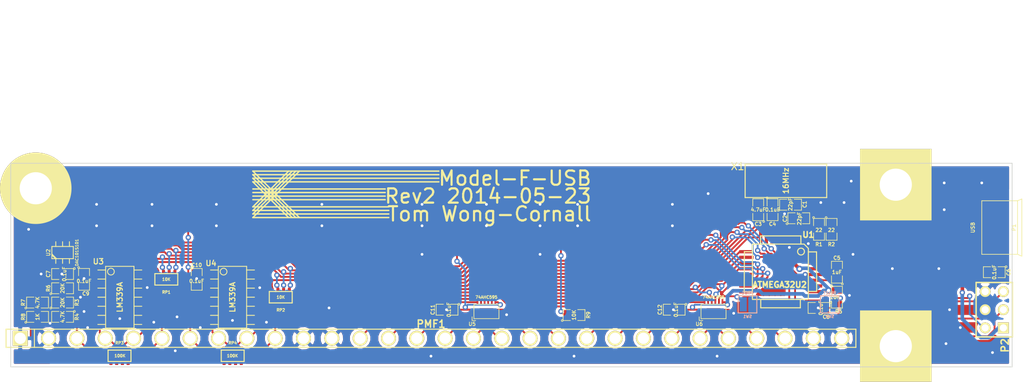
<source format=kicad_pcb>
(kicad_pcb (version 3) (host pcbnew "(2013-may-18)-stable")
  (layers (15 F.Cu signal) (0 B.Cu signal) (18 B.Paste user) (19 F.Paste user) (20 B.SilkS user) (21 F.SilkS user) (22 B.Mask user) (23 F.Mask user) (28 Edge.Cuts user))
  (net 0 "")
  (net 1 /SPI_MOSI)
  (net 2 /SPI_SCLK)
  (net 3 /SPI_SS)
  (net 4 /USB_D+)
  (net 5 /USB_D-)
  (net 6 /USB_SHIELD)
  (net 7 Col1)
  (net 8 Col10)
  (net 9 Col11)
  (net 10 Col12)
  (net 11 Col13)
  (net 12 Col14)
  (net 13 Col15)
  (net 14 Col16)
  (net 15 Col2)
  (net 16 Col3)
  (net 17 Col4)
  (net 18 Col5)
  (net 19 Col6)
  (net 20 Col7)
  (net 21 Col8)
  (net 22 Col9)
  (net 23 GND)
  (net 24 N-0000015)
  (net 25 N-0000022)
  (net 26 N-0000025)
  (net 27 N-000003)
  (net 28 N-0000034)
  (net 29 N-0000035)
  (net 30 N-0000036)
  (net 31 N-0000037)
  (net 32 N-000004)
  (net 33 N-0000043)
  (net 34 N-000005)
  (net 35 N-000006)
  (net 36 N-000007)
  (net 37 N-000009)
  (net 38 Row1)
  (net 39 Row2)
  (net 40 Row3)
  (net 41 Row4)
  (net 42 Row5)
  (net 43 Row6)
  (net 44 Row7)
  (net 45 Row8)
  (net 46 RowOP1)
  (net 47 RowOP2)
  (net 48 RowOP3)
  (net 49 RowOP4)
  (net 50 RowOP5)
  (net 51 RowOP6)
  (net 52 RowOP7)
  (net 53 RowOP8)
  (net 54 SR_DS)
  (net 55 SR_OE)
  (net 56 SR_SHCP)
  (net 57 SR_STCP)
  (net 58 VCC)
  (module 1pin (layer F.Cu) (at 159.25 180.25)
    (fp_text reference 1PIN (at 0 0) (layer F.SilkS) (effects (font (size 1.016 1.016) (thickness 0.254))))
    (fp_text value P*** hide)
    (pad 1 thru_hole circle (at 0 0) (size 10 10) (drill 4.5) (layers *.Cu *.Mask F.SilkS) (net 23 GND))
  )
  (module tsot-6 (layer F.Cu) (at 163 189.25)
    (fp_text reference U2 (at -2 0 90) (layer F.SilkS) (effects (font (size 0.50038 0.50038) (thickness 0.09906))))
    (fp_text value DAC101S101 (at 2 0 90) (layer F.SilkS) (effects (font (size 0.4 0.4) (thickness 0.085))))
    (pad 1 smd rect (at -0.94996 1.30048) (size 0.69088 1.00076) (layers F.Cu F.Paste F.Mask) (net 37 N-000009))
    (pad 3 smd rect (at 0.94996 1.30048) (size 0.69088 1.00076) (layers F.Cu F.Paste F.Mask) (net 58 VCC))
    (pad 2 smd rect (at 0 1.30048) (size 0.69088 1.00076) (layers F.Cu F.Paste F.Mask) (net 23 GND))
    (pad 4 smd rect (at 0.94996 -1.30048) (size 0.69088 1.00076) (layers F.Cu F.Paste F.Mask) (net 1 /SPI_MOSI))
    (pad 6 smd rect (at -0.94996 -1.30048) (size 0.69088 1.00076) (layers F.Cu F.Paste F.Mask) (net 3 /SPI_SS))
    (pad 5 smd rect (at 0 -1.30048) (size 0.69088 1.00076) (layers F.Cu F.Paste F.Mask) (net 2 /SPI_SCLK))
  )
  (module TQFP32 (layer F.Cu) (at 263.37 191.95 270)
    (fp_text reference U1 (at -5.2 -3.88 360) (layer F.SilkS) (effects (font (size 0.8 0.8) (thickness 0.2))))
    (fp_text value ATMEGA32U2 (at 1.8 0.12 360) (layer F.SilkS) (effects (font (size 0.8 0.8) (thickness 0.2))))
    (pad 8 smd rect (at -4.81584 2.77622 270) (size 1.99898 0.44958) (layers F.Cu F.Paste F.Mask) (net 52 RowOP7))
    (pad 7 smd rect (at -4.81584 1.97612 270) (size 1.99898 0.44958) (layers F.Cu F.Paste F.Mask) (net 51 RowOP6))
    (pad 6 smd rect (at -4.81584 1.17602 270) (size 1.99898 0.44958) (layers F.Cu F.Paste F.Mask) (net 50 RowOP5))
    (pad 5 smd rect (at -4.81584 0.37592 270) (size 1.99898 0.44958) (layers F.Cu F.Paste F.Mask))
    (pad 4 smd rect (at -4.81584 -0.42418 270) (size 1.99898 0.44958) (layers F.Cu F.Paste F.Mask) (net 58 VCC))
    (pad 3 smd rect (at -4.81584 -1.22428 270) (size 1.99898 0.44958) (layers F.Cu F.Paste F.Mask) (net 23 GND))
    (pad 2 smd rect (at -4.81584 -2.02438 270) (size 1.99898 0.44958) (layers F.Cu F.Paste F.Mask) (net 33 N-0000043))
    (pad 1 smd rect (at -4.81584 -2.82448 270) (size 1.99898 0.44958) (layers F.Cu F.Paste F.Mask) (net 35 N-000006))
    (pad 24 smd rect (at 4.7498 -2.8194 270) (size 1.99898 0.44958) (layers F.Cu F.Paste F.Mask) (net 29 N-0000035))
    (pad 17 smd rect (at 4.7498 2.794 270) (size 1.99898 0.44958) (layers F.Cu F.Paste F.Mask))
    (pad 18 smd rect (at 4.7498 1.9812 270) (size 1.99898 0.44958) (layers F.Cu F.Paste F.Mask) (net 34 N-000005))
    (pad 19 smd rect (at 4.7498 1.1684 270) (size 1.99898 0.44958) (layers F.Cu F.Paste F.Mask) (net 32 N-000004))
    (pad 20 smd rect (at 4.7498 0.381 270) (size 1.99898 0.44958) (layers F.Cu F.Paste F.Mask) (net 27 N-000003))
    (pad 21 smd rect (at 4.7498 -0.4318 270) (size 1.99898 0.44958) (layers F.Cu F.Paste F.Mask) (net 24 N-0000015))
    (pad 22 smd rect (at 4.7498 -1.2192 270) (size 1.99898 0.44958) (layers F.Cu F.Paste F.Mask) (net 49 RowOP4))
    (pad 23 smd rect (at 4.7498 -2.032 270) (size 1.99898 0.44958) (layers F.Cu F.Paste F.Mask) (net 48 RowOP3))
    (pad 32 smd rect (at -2.82448 -4.826 270) (size 0.44958 1.99898) (layers F.Cu F.Paste F.Mask) (net 58 VCC))
    (pad 31 smd rect (at -2.02692 -4.826 270) (size 0.44958 1.99898) (layers F.Cu F.Paste F.Mask) (net 58 VCC))
    (pad 30 smd rect (at -1.22428 -4.826 270) (size 0.44958 1.99898) (layers F.Cu F.Paste F.Mask) (net 31 N-0000037))
    (pad 29 smd rect (at -0.42672 -4.826 270) (size 0.44958 1.99898) (layers F.Cu F.Paste F.Mask) (net 30 N-0000036))
    (pad 28 smd rect (at 0.37592 -4.826 270) (size 0.44958 1.99898) (layers F.Cu F.Paste F.Mask) (net 23 GND))
    (pad 27 smd rect (at 1.17348 -4.826 270) (size 0.44958 1.99898) (layers F.Cu F.Paste F.Mask) (net 28 N-0000034))
    (pad 26 smd rect (at 1.97612 -4.826 270) (size 0.44958 1.99898) (layers F.Cu F.Paste F.Mask) (net 46 RowOP1))
    (pad 25 smd rect (at 2.77368 -4.826 270) (size 0.44958 1.99898) (layers F.Cu F.Paste F.Mask) (net 47 RowOP2))
    (pad 9 smd rect (at -2.8194 4.7752 270) (size 0.44958 1.99898) (layers F.Cu F.Paste F.Mask) (net 53 RowOP8))
    (pad 10 smd rect (at -2.032 4.7752 270) (size 0.44958 1.99898) (layers F.Cu F.Paste F.Mask) (net 54 SR_DS))
    (pad 11 smd rect (at -1.2192 4.7752 270) (size 0.44958 1.99898) (layers F.Cu F.Paste F.Mask) (net 55 SR_OE))
    (pad 12 smd rect (at -0.4318 4.7752 270) (size 0.44958 1.99898) (layers F.Cu F.Paste F.Mask) (net 57 SR_STCP))
    (pad 13 smd rect (at 0.3556 4.7752 270) (size 0.44958 1.99898) (layers F.Cu F.Paste F.Mask) (net 56 SR_SHCP))
    (pad 14 smd rect (at 1.1684 4.7752 270) (size 0.44958 1.99898) (layers F.Cu F.Paste F.Mask) (net 3 /SPI_SS))
    (pad 15 smd rect (at 1.9812 4.7752 270) (size 0.44958 1.99898) (layers F.Cu F.Paste F.Mask) (net 2 /SPI_SCLK))
    (pad 16 smd rect (at 2.794 4.7752 270) (size 0.44958 1.99898) (layers F.Cu F.Paste F.Mask) (net 1 /SPI_MOSI))
  )
  (module TEST_BRIDGE_SM (layer B.Cu) (at 270.25 196.5 180)
    (fp_text reference SW2 (at 0 -1.7 180) (layer B.SilkS) (effects (font (size 0.4 0.4) (thickness 0.1)) (justify mirror)))
    (fp_text value RESET (at 0 1.6 180) (layer B.SilkS) (effects (font (size 0.4 0.4) (thickness 0.1)) (justify mirror)))
    (pad 1 smd rect (at -0.6 0 180) (size 1 2) (layers B.Cu B.Paste B.Mask) (net 29 N-0000035))
    (pad 2 smd rect (at 0.6 0 180) (size 1 2) (layers B.Cu B.Paste B.Mask) (net 23 GND))
  )
  (module TEST_BRIDGE_SM (layer B.Cu) (at 258.75 196.5 180)
    (fp_text reference SW1 (at 0 -1.7 180) (layer B.SilkS) (effects (font (size 0.4 0.4) (thickness 0.1)) (justify mirror)))
    (fp_text value PROG (at 0 1.6 180) (layer B.SilkS) (effects (font (size 0.4 0.4) (thickness 0.1)) (justify mirror)))
    (pad 1 smd rect (at -0.6 0 180) (size 1 2) (layers B.Cu B.Paste B.Mask) (net 23 GND))
    (pad 2 smd rect (at 0.6 0 180) (size 1 2) (layers B.Cu B.Paste B.Mask) (net 56 SR_SHCP))
  )
  (module so-14 (layer F.Cu) (at 171 195.5 270)
    (fp_text reference U3 (at -5 3 360) (layer F.SilkS) (effects (font (size 0.7493 0.7493) (thickness 0.14986))))
    (fp_text value LM339A (at 0 0 270) (layer F.SilkS) (effects (font (size 0.7493 0.7493) (thickness 0.14986))))
    (pad 1 smd rect (at -3.81 2.794 270) (size 0.635 1.27) (layers F.Cu F.Paste F.Mask) (net 47 RowOP2))
    (pad 2 smd rect (at -2.54 2.794 270) (size 0.635 1.27) (layers F.Cu F.Paste F.Mask) (net 46 RowOP1))
    (pad 3 smd rect (at -1.27 2.794 270) (size 0.635 1.27) (layers F.Cu F.Paste F.Mask) (net 58 VCC))
    (pad 4 smd rect (at 0 2.794 270) (size 0.635 1.27) (layers F.Cu F.Paste F.Mask) (net 25 N-0000022))
    (pad 5 smd rect (at 1.27 2.794 270) (size 0.635 1.27) (layers F.Cu F.Paste F.Mask) (net 38 Row1))
    (pad 6 smd rect (at 2.54 2.794 270) (size 0.635 1.27) (layers F.Cu F.Paste F.Mask) (net 25 N-0000022))
    (pad 7 smd rect (at 3.81 2.794 270) (size 0.635 1.27) (layers F.Cu F.Paste F.Mask) (net 39 Row2))
    (pad 8 smd rect (at 3.81 -2.794 270) (size 0.635 1.27) (layers F.Cu F.Paste F.Mask) (net 25 N-0000022))
    (pad 9 smd rect (at 2.54 -2.794 270) (size 0.635 1.27) (layers F.Cu F.Paste F.Mask) (net 40 Row3))
    (pad 10 smd rect (at 1.27 -2.794 270) (size 0.635 1.27) (layers F.Cu F.Paste F.Mask) (net 25 N-0000022))
    (pad 11 smd rect (at 0 -2.794 270) (size 0.635 1.27) (layers F.Cu F.Paste F.Mask) (net 41 Row4))
    (pad 12 smd rect (at -1.27 -2.794 270) (size 0.635 1.27) (layers F.Cu F.Paste F.Mask) (net 23 GND))
    (pad 13 smd rect (at -2.54 -2.794 270) (size 0.635 1.27) (layers F.Cu F.Paste F.Mask) (net 49 RowOP4))
    (pad 14 smd rect (at -3.81 -2.794 270) (size 0.635 1.27) (layers F.Cu F.Paste F.Mask) (net 48 RowOP3))
  )
  (module so-14 (layer F.Cu) (at 186.75 195.5 270)
    (fp_text reference U4 (at -4.75 3 360) (layer F.SilkS) (effects (font (size 0.7493 0.7493) (thickness 0.14986))))
    (fp_text value LM339A (at 0 0 270) (layer F.SilkS) (effects (font (size 0.7493 0.7493) (thickness 0.14986))))
    (pad 1 smd rect (at -3.81 2.794 270) (size 0.635 1.27) (layers F.Cu F.Paste F.Mask) (net 51 RowOP6))
    (pad 2 smd rect (at -2.54 2.794 270) (size 0.635 1.27) (layers F.Cu F.Paste F.Mask) (net 50 RowOP5))
    (pad 3 smd rect (at -1.27 2.794 270) (size 0.635 1.27) (layers F.Cu F.Paste F.Mask) (net 58 VCC))
    (pad 4 smd rect (at 0 2.794 270) (size 0.635 1.27) (layers F.Cu F.Paste F.Mask) (net 25 N-0000022))
    (pad 5 smd rect (at 1.27 2.794 270) (size 0.635 1.27) (layers F.Cu F.Paste F.Mask) (net 42 Row5))
    (pad 6 smd rect (at 2.54 2.794 270) (size 0.635 1.27) (layers F.Cu F.Paste F.Mask) (net 25 N-0000022))
    (pad 7 smd rect (at 3.81 2.794 270) (size 0.635 1.27) (layers F.Cu F.Paste F.Mask) (net 43 Row6))
    (pad 8 smd rect (at 3.81 -2.794 270) (size 0.635 1.27) (layers F.Cu F.Paste F.Mask) (net 25 N-0000022))
    (pad 9 smd rect (at 2.54 -2.794 270) (size 0.635 1.27) (layers F.Cu F.Paste F.Mask) (net 44 Row7))
    (pad 10 smd rect (at 1.27 -2.794 270) (size 0.635 1.27) (layers F.Cu F.Paste F.Mask) (net 25 N-0000022))
    (pad 11 smd rect (at 0 -2.794 270) (size 0.635 1.27) (layers F.Cu F.Paste F.Mask) (net 45 Row8))
    (pad 12 smd rect (at -1.27 -2.794 270) (size 0.635 1.27) (layers F.Cu F.Paste F.Mask) (net 23 GND))
    (pad 13 smd rect (at -2.54 -2.794 270) (size 0.635 1.27) (layers F.Cu F.Paste F.Mask) (net 53 RowOP8))
    (pad 14 smd rect (at -3.81 -2.794 270) (size 0.635 1.27) (layers F.Cu F.Paste F.Mask) (net 52 RowOP7))
  )
  (module SM0805 (layer F.Cu) (at 163 194.25)
    (fp_text reference R6 (at -2 0 90) (layer F.SilkS) (effects (font (size 0.50038 0.50038) (thickness 0.10922))))
    (fp_text value 20K (at 0 0 90) (layer F.SilkS) (effects (font (size 0.50038 0.50038) (thickness 0.10922))))
    (pad 1 smd rect (at -0.9525 0) (size 0.889 1.397) (layers F.Cu F.Paste F.Mask) (net 37 N-000009))
    (pad 2 smd rect (at 0.9525 0) (size 0.889 1.397) (layers F.Cu F.Paste F.Mask) (net 25 N-0000022))
  )
  (module SM0805 (layer F.Cu) (at 166 193 270)
    (fp_text reference C9 (at 2 -0.25 360) (layer F.SilkS) (effects (font (size 0.50038 0.50038) (thickness 0.10922))))
    (fp_text value 0.1uF (at 0.25 0 360) (layer F.SilkS) (effects (font (size 0.50038 0.50038) (thickness 0.10922))))
    (pad 1 smd rect (at -0.9525 0 270) (size 0.889 1.397) (layers F.Cu F.Paste F.Mask) (net 23 GND))
    (pad 2 smd rect (at 0.9525 0 270) (size 0.889 1.397) (layers F.Cu F.Paste F.Mask) (net 58 VCC))
  )
  (module SM0805 (layer F.Cu) (at 181.75 193 270)
    (fp_text reference C10 (at -2 0 360) (layer F.SilkS) (effects (font (size 0.50038 0.50038) (thickness 0.10922))))
    (fp_text value 0.1uF (at 0.25 0 360) (layer F.SilkS) (effects (font (size 0.50038 0.50038) (thickness 0.10922))))
    (pad 1 smd rect (at -0.9525 0 270) (size 0.889 1.397) (layers F.Cu F.Paste F.Mask) (net 23 GND))
    (pad 2 smd rect (at 0.9525 0 270) (size 0.889 1.397) (layers F.Cu F.Paste F.Mask) (net 58 VCC))
  )
  (module SM0805 (layer F.Cu) (at 163 192.25 180)
    (fp_text reference C7 (at 2 0 270) (layer F.SilkS) (effects (font (size 0.50038 0.50038) (thickness 0.10922))))
    (fp_text value 0.1uF (at -0.25 0 270) (layer F.SilkS) (effects (font (size 0.50038 0.50038) (thickness 0.10922))))
    (pad 1 smd rect (at -0.9525 0 180) (size 0.889 1.397) (layers F.Cu F.Paste F.Mask) (net 58 VCC))
    (pad 2 smd rect (at 0.9525 0 180) (size 0.889 1.397) (layers F.Cu F.Paste F.Mask) (net 23 GND))
  )
  (module SM0805 (layer F.Cu) (at 248.5 197.25 180)
    (fp_text reference C12 (at 2 0 270) (layer F.SilkS) (effects (font (size 0.50038 0.50038) (thickness 0.10922))))
    (fp_text value 0.1uF (at -0.25 0 270) (layer F.SilkS) (effects (font (size 0.50038 0.50038) (thickness 0.10922))))
    (pad 1 smd rect (at -0.9525 0 180) (size 0.889 1.397) (layers F.Cu F.Paste F.Mask) (net 58 VCC))
    (pad 2 smd rect (at 0.9525 0 180) (size 0.889 1.397) (layers F.Cu F.Paste F.Mask) (net 23 GND))
  )
  (module SM0805 (layer F.Cu) (at 216.75 197.25 180)
    (fp_text reference C11 (at 2 0 270) (layer F.SilkS) (effects (font (size 0.50038 0.50038) (thickness 0.10922))))
    (fp_text value 0.1uF (at -0.25 0 270) (layer F.SilkS) (effects (font (size 0.50038 0.50038) (thickness 0.10922))))
    (pad 1 smd rect (at -0.9525 0 180) (size 0.889 1.397) (layers F.Cu F.Paste F.Mask) (net 58 VCC))
    (pad 2 smd rect (at 0.9525 0 180) (size 0.889 1.397) (layers F.Cu F.Paste F.Mask) (net 23 GND))
  )
  (module SM0805 (layer F.Cu) (at 163 198.25 180)
    (fp_text reference R4 (at -2 0 270) (layer F.SilkS) (effects (font (size 0.50038 0.50038) (thickness 0.10922))))
    (fp_text value 4.7K (at 0 0 270) (layer F.SilkS) (effects (font (size 0.50038 0.50038) (thickness 0.10922))))
    (pad 1 smd rect (at -0.9525 0 180) (size 0.889 1.397) (layers F.Cu F.Paste F.Mask) (net 25 N-0000022))
    (pad 2 smd rect (at 0.9525 0 180) (size 0.889 1.397) (layers F.Cu F.Paste F.Mask) (net 23 GND))
  )
  (module SM0805 (layer F.Cu) (at 163 196.25)
    (fp_text reference R3 (at 2 0 90) (layer F.SilkS) (effects (font (size 0.50038 0.50038) (thickness 0.10922))))
    (fp_text value 20K (at 0 0 90) (layer F.SilkS) (effects (font (size 0.50038 0.50038) (thickness 0.10922))))
    (pad 1 smd rect (at -0.9525 0) (size 0.889 1.397) (layers F.Cu F.Paste F.Mask) (net 25 N-0000022))
    (pad 2 smd rect (at 0.9525 0) (size 0.889 1.397) (layers F.Cu F.Paste F.Mask) (net 58 VCC))
  )
  (module SM0805 (layer F.Cu) (at 271.25 192 90)
    (fp_text reference C5 (at 2 0 180) (layer F.SilkS) (effects (font (size 0.50038 0.50038) (thickness 0.10922))))
    (fp_text value 1uF (at 0 0 180) (layer F.SilkS) (effects (font (size 0.50038 0.50038) (thickness 0.10922))))
    (pad 1 smd rect (at -0.9525 0 90) (size 0.889 1.397) (layers F.Cu F.Paste F.Mask) (net 28 N-0000034))
    (pad 2 smd rect (at 0.9525 0 90) (size 0.889 1.397) (layers F.Cu F.Paste F.Mask) (net 23 GND))
  )
  (module SM0805 (layer F.Cu) (at 264.77 182.55)
    (fp_text reference C1 (at 1.98 -0.05 90) (layer F.SilkS) (effects (font (size 0.50038 0.50038) (thickness 0.10922))))
    (fp_text value 22pF (at -0.02 -0.05 90) (layer F.SilkS) (effects (font (size 0.50038 0.50038) (thickness 0.10922))))
    (pad 1 smd rect (at -0.9525 0) (size 0.889 1.397) (layers F.Cu F.Paste F.Mask) (net 23 GND))
    (pad 2 smd rect (at 0.9525 0) (size 0.889 1.397) (layers F.Cu F.Paste F.Mask) (net 33 N-0000043))
  )
  (module SM0805 (layer F.Cu) (at 159.5 198.25)
    (fp_text reference R8 (at -2 0 90) (layer F.SilkS) (effects (font (size 0.50038 0.50038) (thickness 0.10922))))
    (fp_text value 1K (at 0 0 90) (layer F.SilkS) (effects (font (size 0.50038 0.50038) (thickness 0.10922))))
    (pad 1 smd rect (at -0.9525 0) (size 0.889 1.397) (layers F.Cu F.Paste F.Mask) (net 26 N-0000025))
    (pad 2 smd rect (at 0.9525 0) (size 0.889 1.397) (layers F.Cu F.Paste F.Mask) (net 23 GND))
  )
  (module SM0805 (layer F.Cu) (at 159.5 196.25)
    (fp_text reference R7 (at -2 0 90) (layer F.SilkS) (effects (font (size 0.50038 0.50038) (thickness 0.10922))))
    (fp_text value 4.7K (at 0 0 90) (layer F.SilkS) (effects (font (size 0.50038 0.50038) (thickness 0.10922))))
    (pad 1 smd rect (at -0.9525 0) (size 0.889 1.397) (layers F.Cu F.Paste F.Mask) (net 58 VCC))
    (pad 2 smd rect (at 0.9525 0) (size 0.889 1.397) (layers F.Cu F.Paste F.Mask) (net 26 N-0000025))
  )
  (module SM0805 (layer F.Cu) (at 271.25 195.5 270)
    (fp_text reference R5 (at 2 -0.25 360) (layer F.SilkS) (effects (font (size 0.50038 0.50038) (thickness 0.10922))))
    (fp_text value 10K (at 0 0.25 360) (layer F.SilkS) (effects (font (size 0.50038 0.50038) (thickness 0.10922))))
    (pad 1 smd rect (at -0.9525 0 270) (size 0.889 1.397) (layers F.Cu F.Paste F.Mask) (net 58 VCC))
    (pad 2 smd rect (at 0.9525 0 270) (size 0.889 1.397) (layers F.Cu F.Paste F.Mask) (net 29 N-0000035))
  )
  (module SM0805 (layer F.Cu) (at 262.25 183.25 270)
    (fp_text reference C4 (at 2 0 360) (layer F.SilkS) (effects (font (size 0.50038 0.50038) (thickness 0.10922))))
    (fp_text value 0.1uF (at 0 0 360) (layer F.SilkS) (effects (font (size 0.50038 0.50038) (thickness 0.10922))))
    (pad 1 smd rect (at -0.9525 0 270) (size 0.889 1.397) (layers F.Cu F.Paste F.Mask) (net 23 GND))
    (pad 2 smd rect (at 0.9525 0 270) (size 0.889 1.397) (layers F.Cu F.Paste F.Mask) (net 58 VCC))
  )
  (module SM0805 (layer F.Cu) (at 260.25 183.25 90)
    (fp_text reference C3 (at -2 0 180) (layer F.SilkS) (effects (font (size 0.50038 0.50038) (thickness 0.10922))))
    (fp_text value 4.7uF (at 0 0 180) (layer F.SilkS) (effects (font (size 0.50038 0.50038) (thickness 0.10922))))
    (pad 1 smd rect (at -0.9525 0 90) (size 0.889 1.397) (layers F.Cu F.Paste F.Mask) (net 58 VCC))
    (pad 2 smd rect (at 0.9525 0 90) (size 0.889 1.397) (layers F.Cu F.Paste F.Mask) (net 23 GND))
  )
  (module SM0805 (layer F.Cu) (at 268.75 197 180)
    (fp_text reference C8 (at -1 -1.25 180) (layer F.SilkS) (effects (font (size 0.50038 0.50038) (thickness 0.10922))))
    (fp_text value 0.1uF (at -0.25 0 270) (layer F.SilkS) (effects (font (size 0.50038 0.50038) (thickness 0.10922))))
    (pad 1 smd rect (at -0.9525 0 180) (size 0.889 1.397) (layers F.Cu F.Paste F.Mask) (net 29 N-0000035))
    (pad 2 smd rect (at 0.9525 0 180) (size 0.889 1.397) (layers F.Cu F.Paste F.Mask) (net 23 GND))
  )
  (module SM0805 (layer F.Cu) (at 265.92 184.45)
    (fp_text reference C2 (at -1.92 0.05 90) (layer F.SilkS) (effects (font (size 0.50038 0.50038) (thickness 0.10922))))
    (fp_text value 22pF (at 0.08 0.05 90) (layer F.SilkS) (effects (font (size 0.50038 0.50038) (thickness 0.10922))))
    (pad 1 smd rect (at -0.9525 0) (size 0.889 1.397) (layers F.Cu F.Paste F.Mask) (net 23 GND))
    (pad 2 smd rect (at 0.9525 0) (size 0.889 1.397) (layers F.Cu F.Paste F.Mask) (net 35 N-000006))
  )
  (module SM0805 (layer F.Cu) (at 270.5 186 270)
    (fp_text reference R2 (at 2.1 0.02 360) (layer F.SilkS) (effects (font (size 0.50038 0.50038) (thickness 0.10922))))
    (fp_text value 22 (at 0.1 0.02 360) (layer F.SilkS) (effects (font (size 0.50038 0.50038) (thickness 0.10922))))
    (pad 1 smd rect (at -0.9525 0 270) (size 0.889 1.397) (layers F.Cu F.Paste F.Mask) (net 4 /USB_D+))
    (pad 2 smd rect (at 0.9525 0 270) (size 0.889 1.397) (layers F.Cu F.Paste F.Mask) (net 30 N-0000036))
  )
  (module SM0805 (layer F.Cu) (at 293.25 192 180)
    (fp_text reference C6 (at -2 0 270) (layer F.SilkS) (effects (font (size 0.50038 0.50038) (thickness 0.10922))))
    (fp_text value 0.1uF (at 0 0 270) (layer F.SilkS) (effects (font (size 0.50038 0.50038) (thickness 0.10922))))
    (pad 1 smd rect (at -0.9525 0 180) (size 0.889 1.397) (layers F.Cu F.Paste F.Mask) (net 6 /USB_SHIELD))
    (pad 2 smd rect (at 0.9525 0 180) (size 0.889 1.397) (layers F.Cu F.Paste F.Mask) (net 23 GND))
  )
  (module SM0805 (layer F.Cu) (at 268.75 186 270)
    (fp_text reference R1 (at 2.1 0.02 360) (layer F.SilkS) (effects (font (size 0.50038 0.50038) (thickness 0.10922))))
    (fp_text value 22 (at 0.1 0.02 360) (layer F.SilkS) (effects (font (size 0.50038 0.50038) (thickness 0.10922))))
    (pad 1 smd rect (at -0.9525 0 270) (size 0.889 1.397) (layers F.Cu F.Paste F.Mask) (net 5 /USB_D-))
    (pad 2 smd rect (at 0.9525 0 270) (size 0.889 1.397) (layers F.Cu F.Paste F.Mask) (net 31 N-0000037))
  )
  (module RPACK_1206 (layer F.Cu) (at 170.96 203.7)
    (fp_text reference RP3 (at 0 -1.8) (layer F.SilkS) (effects (font (size 0.4 0.4) (thickness 0.1))))
    (fp_text value 100K (at 0.06 0) (layer F.SilkS) (effects (font (size 0.4 0.4) (thickness 0.1))))
    (pad 1 smd rect (at -1.2 0.85) (size 0.425 0.9) (layers F.Cu F.Paste F.Mask) (net 26 N-0000025) (clearance 0.1))
    (pad 2 smd rect (at -0.4 0.85) (size 0.425 0.9) (layers F.Cu F.Paste F.Mask) (net 26 N-0000025) (clearance 0.1))
    (pad 3 smd rect (at 0.4 0.85) (size 0.425 0.9) (layers F.Cu F.Paste F.Mask) (net 26 N-0000025) (clearance 0.1))
    (pad 4 smd rect (at 1.2 0.85) (size 0.425 0.9) (layers F.Cu F.Paste F.Mask) (net 26 N-0000025) (clearance 0.1))
    (pad 5 smd rect (at 1.2 -0.85) (size 0.425 0.9) (layers F.Cu F.Paste F.Mask) (net 41 Row4) (clearance 0.1))
    (pad 6 smd rect (at 0.4 -0.85) (size 0.425 0.9) (layers F.Cu F.Paste F.Mask) (net 40 Row3) (clearance 0.1))
    (pad 7 smd rect (at -0.4 -0.85) (size 0.425 0.9) (layers F.Cu F.Paste F.Mask) (net 39 Row2) (clearance 0.1))
    (pad 8 smd rect (at -1.2 -0.85) (size 0.425 0.9) (layers F.Cu F.Paste F.Mask) (net 38 Row1) (clearance 0.1))
  )
  (module RPACK_1206 (layer F.Cu) (at 186.78 203.7)
    (fp_text reference RP4 (at 0 -1.8) (layer F.SilkS) (effects (font (size 0.4 0.4) (thickness 0.1))))
    (fp_text value 100K (at -0.03 0) (layer F.SilkS) (effects (font (size 0.4 0.4) (thickness 0.1))))
    (pad 1 smd rect (at -1.2 0.85) (size 0.425 0.9) (layers F.Cu F.Paste F.Mask) (net 26 N-0000025) (clearance 0.1))
    (pad 2 smd rect (at -0.4 0.85) (size 0.425 0.9) (layers F.Cu F.Paste F.Mask) (net 26 N-0000025) (clearance 0.1))
    (pad 3 smd rect (at 0.4 0.85) (size 0.425 0.9) (layers F.Cu F.Paste F.Mask) (net 26 N-0000025) (clearance 0.1))
    (pad 4 smd rect (at 1.2 0.85) (size 0.425 0.9) (layers F.Cu F.Paste F.Mask) (net 26 N-0000025) (clearance 0.1))
    (pad 5 smd rect (at 1.2 -0.85) (size 0.425 0.9) (layers F.Cu F.Paste F.Mask) (net 45 Row8) (clearance 0.1))
    (pad 6 smd rect (at 0.4 -0.85) (size 0.425 0.9) (layers F.Cu F.Paste F.Mask) (net 44 Row7) (clearance 0.1))
    (pad 7 smd rect (at -0.4 -0.85) (size 0.425 0.9) (layers F.Cu F.Paste F.Mask) (net 43 Row6) (clearance 0.1))
    (pad 8 smd rect (at -1.2 -0.85) (size 0.425 0.9) (layers F.Cu F.Paste F.Mask) (net 42 Row5) (clearance 0.1))
  )
  (module RPACK_1206 (layer F.Cu) (at 193.5 195.5 180)
    (fp_text reference RP2 (at 0 -1.8 180) (layer F.SilkS) (effects (font (size 0.4 0.4) (thickness 0.1))))
    (fp_text value 10K (at 0 0 180) (layer F.SilkS) (effects (font (size 0.4 0.4) (thickness 0.1))))
    (pad 1 smd rect (at -1.2 0.85 180) (size 0.425 0.9) (layers F.Cu F.Paste F.Mask) (net 50 RowOP5) (clearance 0.1))
    (pad 2 smd rect (at -0.4 0.85 180) (size 0.425 0.9) (layers F.Cu F.Paste F.Mask) (net 51 RowOP6) (clearance 0.1))
    (pad 3 smd rect (at 0.4 0.85 180) (size 0.425 0.9) (layers F.Cu F.Paste F.Mask) (net 52 RowOP7) (clearance 0.1))
    (pad 4 smd rect (at 1.2 0.85 180) (size 0.425 0.9) (layers F.Cu F.Paste F.Mask) (net 53 RowOP8) (clearance 0.1))
    (pad 5 smd rect (at 1.2 -0.85 180) (size 0.425 0.9) (layers F.Cu F.Paste F.Mask) (net 58 VCC) (clearance 0.1))
    (pad 6 smd rect (at 0.4 -0.85 180) (size 0.425 0.9) (layers F.Cu F.Paste F.Mask) (net 58 VCC) (clearance 0.1))
    (pad 7 smd rect (at -0.4 -0.85 180) (size 0.425 0.9) (layers F.Cu F.Paste F.Mask) (net 58 VCC) (clearance 0.1))
    (pad 8 smd rect (at -1.2 -0.85 180) (size 0.425 0.9) (layers F.Cu F.Paste F.Mask) (net 58 VCC) (clearance 0.1))
  )
  (module RPACK_1206 (layer F.Cu) (at 177.5 193 180)
    (fp_text reference RP1 (at 0 -1.8 180) (layer F.SilkS) (effects (font (size 0.4 0.4) (thickness 0.1))))
    (fp_text value 10K (at 0 0 180) (layer F.SilkS) (effects (font (size 0.4 0.4) (thickness 0.1))))
    (pad 1 smd rect (at -1.2 0.85 180) (size 0.425 0.9) (layers F.Cu F.Paste F.Mask) (net 46 RowOP1) (clearance 0.1))
    (pad 2 smd rect (at -0.4 0.85 180) (size 0.425 0.9) (layers F.Cu F.Paste F.Mask) (net 47 RowOP2) (clearance 0.1))
    (pad 3 smd rect (at 0.4 0.85 180) (size 0.425 0.9) (layers F.Cu F.Paste F.Mask) (net 48 RowOP3) (clearance 0.1))
    (pad 4 smd rect (at 1.2 0.85 180) (size 0.425 0.9) (layers F.Cu F.Paste F.Mask) (net 49 RowOP4) (clearance 0.1))
    (pad 5 smd rect (at 1.2 -0.85 180) (size 0.425 0.9) (layers F.Cu F.Paste F.Mask) (net 58 VCC) (clearance 0.1))
    (pad 6 smd rect (at 0.4 -0.85 180) (size 0.425 0.9) (layers F.Cu F.Paste F.Mask) (net 58 VCC) (clearance 0.1))
    (pad 7 smd rect (at -0.4 -0.85 180) (size 0.425 0.9) (layers F.Cu F.Paste F.Mask) (net 58 VCC) (clearance 0.1))
    (pad 8 smd rect (at -1.2 -0.85 180) (size 0.425 0.9) (layers F.Cu F.Paste F.Mask) (net 58 VCC) (clearance 0.1))
  )
  (module pin_array_3x2 (layer F.Cu) (at 293.25 197.25 90)
    (fp_text reference P2 (at -5 1.5 90) (layer F.SilkS) (effects (font (size 1.016 1.016) (thickness 0.2032))))
    (fp_text value CONN_3X2 hide)
    (pad 1 thru_hole rect (at -2.54 1.27 90) (size 1.524 1.524) (drill 1.016) (layers *.Cu *.Mask F.SilkS) (net 58 VCC))
    (pad 2 thru_hole circle (at -2.54 -1.27 90) (size 1.524 1.524) (drill 1.016) (layers *.Cu *.Mask F.SilkS) (net 24 N-0000015))
    (pad 3 thru_hole circle (at 0 1.27 90) (size 1.524 1.524) (drill 1.016) (layers *.Cu *.Mask F.SilkS) (net 34 N-000005))
    (pad 4 thru_hole circle (at 0 -1.27 90) (size 1.524 1.524) (drill 1.016) (layers *.Cu *.Mask F.SilkS) (net 27 N-000003))
    (pad 5 thru_hole circle (at 2.54 1.27 90) (size 1.524 1.524) (drill 1.016) (layers *.Cu *.Mask F.SilkS) (net 32 N-000004))
    (pad 6 thru_hole circle (at 2.54 -1.27 90) (size 1.524 1.524) (drill 1.016) (layers *.Cu *.Mask F.SilkS) (net 23 GND) (thermal_gap 0.508))
  )
  (module HC49US (layer F.Cu) (at 264.12 179.2)
    (fp_text reference X1 (at -6.75 -2) (layer F.SilkS))
    (fp_text value 16MHz (at 0 0 90) (layer F.SilkS) (effects (font (size 0.75 0.75))))
    (pad 1 smd rect (at -4.75 0) (size 5.6 2.1) (layers F.Cu F.Paste F.Mask) (net 33 N-0000043))
    (pad 2 smd rect (at 4.75 0) (size 5.6 2.1) (layers F.Cu F.Paste F.Mask) (net 35 N-000006))
  )
  (module DHVQFN16 (layer F.Cu) (at 222.25 197.5)
    (fp_text reference U5 (at -2 1.75) (layer F.SilkS) (effects (font (size 0.5 0.5) (thickness 0.1))))
    (fp_text value 74AHC595 (at 0 -2) (layer F.SilkS) (effects (font (size 0.4 0.4) (thickness 0.1))))
    (pad "" smd rect (at 0 0) (size 1.9 0.9) (layers F.Cu F.Paste F.Mask))
    (pad 1 smd rect (at -1.8 0.25 90) (size 0.24 0.9) (layers F.Cu F.Paste F.Mask) (net 15 Col2) (clearance 0.125))
    (pad 2 smd rect (at -1.25 1.3) (size 0.24 0.9) (layers F.Cu F.Paste F.Mask) (net 16 Col3) (clearance 0.125))
    (pad 3 smd rect (at -0.75 1.3) (size 0.24 0.9) (layers F.Cu F.Paste F.Mask) (net 17 Col4) (clearance 0.125))
    (pad 4 smd rect (at -0.25 1.3) (size 0.24 0.9) (layers F.Cu F.Paste F.Mask) (net 18 Col5) (clearance 0.125))
    (pad 5 smd rect (at 0.25 1.3) (size 0.24 0.9) (layers F.Cu F.Paste F.Mask) (net 19 Col6) (clearance 0.125))
    (pad 6 smd rect (at 0.75 1.3) (size 0.24 0.9) (layers F.Cu F.Paste F.Mask) (net 20 Col7) (clearance 0.125))
    (pad 7 smd rect (at 1.25 1.3) (size 0.24 0.9) (layers F.Cu F.Paste F.Mask) (net 21 Col8) (clearance 0.125))
    (pad 8 smd rect (at 1.8 0.25 270) (size 0.24 0.9) (layers F.Cu F.Paste F.Mask) (net 23 GND) (clearance 0.125))
    (pad 9 smd rect (at 1.8 -0.25 270) (size 0.24 0.9) (layers F.Cu F.Paste F.Mask) (net 36 N-000007) (clearance 0.125))
    (pad 10 smd rect (at 1.25 -1.3) (size 0.24 0.9) (layers F.Cu F.Paste F.Mask) (net 58 VCC) (clearance 0.125))
    (pad 11 smd rect (at 0.75 -1.3) (size 0.24 0.9) (layers F.Cu F.Paste F.Mask) (net 56 SR_SHCP) (clearance 0.125))
    (pad 12 smd rect (at 0.25 -1.3) (size 0.24 0.9) (layers F.Cu F.Paste F.Mask) (net 57 SR_STCP) (clearance 0.125))
    (pad 13 smd rect (at -0.25 -1.3) (size 0.24 0.9) (layers F.Cu F.Paste F.Mask) (net 55 SR_OE) (clearance 0.125))
    (pad 14 smd rect (at -0.75 -1.3) (size 0.24 0.9) (layers F.Cu F.Paste F.Mask) (net 54 SR_DS) (clearance 0.125))
    (pad 15 smd rect (at -1.25 -1.3) (size 0.24 0.9) (layers F.Cu F.Paste F.Mask) (net 7 Col1) (clearance 0.125))
    (pad 16 smd rect (at -1.8 -0.25 90) (size 0.24 0.9) (layers F.Cu F.Paste F.Mask) (net 58 VCC) (clearance 0.125))
  )
  (module DHVQFN16 (layer F.Cu) (at 254 197.5)
    (fp_text reference U6 (at -2 1.75) (layer F.SilkS) (effects (font (size 0.5 0.5) (thickness 0.1))))
    (fp_text value 74AHC595 (at 0 -2) (layer F.SilkS) (effects (font (size 0.4 0.4) (thickness 0.1))))
    (pad "" smd rect (at 0 0) (size 1.9 0.9) (layers F.Cu F.Paste F.Mask))
    (pad 1 smd rect (at -1.8 0.25 90) (size 0.24 0.9) (layers F.Cu F.Paste F.Mask) (net 8 Col10) (clearance 0.125))
    (pad 2 smd rect (at -1.25 1.3) (size 0.24 0.9) (layers F.Cu F.Paste F.Mask) (net 9 Col11) (clearance 0.125))
    (pad 3 smd rect (at -0.75 1.3) (size 0.24 0.9) (layers F.Cu F.Paste F.Mask) (net 10 Col12) (clearance 0.125))
    (pad 4 smd rect (at -0.25 1.3) (size 0.24 0.9) (layers F.Cu F.Paste F.Mask) (net 11 Col13) (clearance 0.125))
    (pad 5 smd rect (at 0.25 1.3) (size 0.24 0.9) (layers F.Cu F.Paste F.Mask) (net 12 Col14) (clearance 0.125))
    (pad 6 smd rect (at 0.75 1.3) (size 0.24 0.9) (layers F.Cu F.Paste F.Mask) (net 13 Col15) (clearance 0.125))
    (pad 7 smd rect (at 1.25 1.3) (size 0.24 0.9) (layers F.Cu F.Paste F.Mask) (net 14 Col16) (clearance 0.125))
    (pad 8 smd rect (at 1.8 0.25 270) (size 0.24 0.9) (layers F.Cu F.Paste F.Mask) (net 23 GND) (clearance 0.125))
    (pad 9 smd rect (at 1.8 -0.25 270) (size 0.24 0.9) (layers F.Cu F.Paste F.Mask) (clearance 0.125))
    (pad 10 smd rect (at 1.25 -1.3) (size 0.24 0.9) (layers F.Cu F.Paste F.Mask) (net 58 VCC) (clearance 0.125))
    (pad 11 smd rect (at 0.75 -1.3) (size 0.24 0.9) (layers F.Cu F.Paste F.Mask) (net 56 SR_SHCP) (clearance 0.125))
    (pad 12 smd rect (at 0.25 -1.3) (size 0.24 0.9) (layers F.Cu F.Paste F.Mask) (net 57 SR_STCP) (clearance 0.125))
    (pad 13 smd rect (at -0.25 -1.3) (size 0.24 0.9) (layers F.Cu F.Paste F.Mask) (net 55 SR_OE) (clearance 0.125))
    (pad 14 smd rect (at -0.75 -1.3) (size 0.24 0.9) (layers F.Cu F.Paste F.Mask) (net 36 N-000007) (clearance 0.125))
    (pad 15 smd rect (at -1.25 -1.3) (size 0.24 0.9) (layers F.Cu F.Paste F.Mask) (net 22 Col9) (clearance 0.125))
    (pad 16 smd rect (at -1.8 -0.25 90) (size 0.24 0.9) (layers F.Cu F.Paste F.Mask) (net 58 VCC) (clearance 0.125))
  )
  (module SM0805 (layer F.Cu) (at 234.5 198)
    (fp_text reference R9 (at 2 0 90) (layer F.SilkS) (effects (font (size 0.50038 0.50038) (thickness 0.10922))))
    (fp_text value 10K (at 0 0 90) (layer F.SilkS) (effects (font (size 0.50038 0.50038) (thickness 0.10922))))
    (pad 1 smd rect (at -0.9525 0) (size 0.889 1.397) (layers F.Cu F.Paste F.Mask) (net 58 VCC))
    (pad 2 smd rect (at 0.9525 0) (size 0.889 1.397) (layers F.Cu F.Paste F.Mask) (net 56 SR_SHCP))
  )
  (module Via (layer F.Cu) (at 160 192.25)
    (fp_text reference . hide)
    (fp_text value . hide)
    (pad "" thru_hole circle (at 0 0) (size 0.7366 0.7366) (drill 0.381) (layers *.Cu) (net 23 GND))
  )
  (module Via (layer F.Cu) (at 165.5 195.5)
    (fp_text reference . hide)
    (fp_text value . hide)
    (pad "" thru_hole circle (at 0 0) (size 0.7366 0.7366) (drill 0.381) (layers *.Cu) (net 23 GND))
  )
  (module Via (layer F.Cu) (at 166 197.5)
    (fp_text reference . hide)
    (fp_text value . hide)
    (pad "" thru_hole circle (at 0 0) (size 0.7366 0.7366) (drill 0.381) (layers *.Cu) (net 23 GND))
  )
  (module Via (layer F.Cu) (at 166.5 199.75)
    (fp_text reference . hide)
    (fp_text value . hide)
    (pad "" thru_hole circle (at 0 0) (size 0.7366 0.7366) (drill 0.381) (layers *.Cu) (net 23 GND))
  )
  (module Via (layer F.Cu) (at 171 198.5)
    (fp_text reference . hide)
    (fp_text value . hide)
    (pad "" thru_hole circle (at 0 0) (size 0.7366 0.7366) (drill 0.381) (layers *.Cu) (net 23 GND))
  )
  (module Via (layer F.Cu) (at 167.75 185.5)
    (fp_text reference . hide)
    (fp_text value . hide)
    (pad "" thru_hole circle (at 0 0) (size 0.7366 0.7366) (drill 0.381) (layers *.Cu) (net 23 GND))
  )
  (module Via (layer F.Cu) (at 175.5 185.5)
    (fp_text reference . hide)
    (fp_text value . hide)
    (pad "" thru_hole circle (at 0 0) (size 0.7366 0.7366) (drill 0.381) (layers *.Cu) (net 23 GND))
  )
  (module Via (layer F.Cu) (at 175.75 199)
    (fp_text reference . hide)
    (fp_text value . hide)
    (pad "" thru_hole circle (at 0 0) (size 0.7366 0.7366) (drill 0.381) (layers *.Cu) (net 23 GND))
  )
  (module Via (layer F.Cu) (at 179 198.25)
    (fp_text reference . hide)
    (fp_text value . hide)
    (pad "" thru_hole circle (at 0 0) (size 0.7366 0.7366) (drill 0.381) (layers *.Cu) (net 23 GND))
  )
  (module Via (layer F.Cu) (at 178.75 203)
    (fp_text reference . hide)
    (fp_text value . hide)
    (pad "" thru_hole circle (at 0 0) (size 0.7366 0.7366) (drill 0.381) (layers *.Cu) (net 23 GND))
  )
  (module Via (layer F.Cu) (at 186.75 198.75)
    (fp_text reference . hide)
    (fp_text value . hide)
    (pad "" thru_hole circle (at 0 0) (size 0.7366 0.7366) (drill 0.381) (layers *.Cu) (net 23 GND))
  )
  (module Via (layer F.Cu) (at 191.5 199)
    (fp_text reference . hide)
    (fp_text value . hide)
    (pad "" thru_hole circle (at 0 0) (size 0.7366 0.7366) (drill 0.381) (layers *.Cu) (net 23 GND))
  )
  (module Via (layer F.Cu) (at 184.5 185.5)
    (fp_text reference . hide)
    (fp_text value . hide)
    (pad "" thru_hole circle (at 0 0) (size 0.7366 0.7366) (drill 0.381) (layers *.Cu) (net 23 GND))
  )
  (module Via (layer F.Cu) (at 199.25 185.5)
    (fp_text reference . hide)
    (fp_text value . hide)
    (pad "" thru_hole circle (at 0 0) (size 0.7366 0.7366) (drill 0.381) (layers *.Cu) (net 23 GND))
  )
  (module Via (layer F.Cu) (at 213.25 185.5)
    (fp_text reference . hide)
    (fp_text value . hide)
    (pad "" thru_hole circle (at 0 0) (size 0.7366 0.7366) (drill 0.381) (layers *.Cu) (net 23 GND))
  )
  (module Via (layer F.Cu) (at 213.25 189.5)
    (fp_text reference . hide)
    (fp_text value . hide)
    (pad "" thru_hole circle (at 0 0) (size 0.7366 0.7366) (drill 0.381) (layers *.Cu) (net 23 GND))
  )
  (module Via (layer F.Cu) (at 222.25 185.5)
    (fp_text reference . hide)
    (fp_text value . hide)
    (pad "" thru_hole circle (at 0 0) (size 0.7366 0.7366) (drill 0.381) (layers *.Cu) (net 23 GND))
  )
  (module Via (layer F.Cu) (at 229.75 185.5)
    (fp_text reference . hide)
    (fp_text value . hide)
    (pad "" thru_hole circle (at 0 0) (size 0.7366 0.7366) (drill 0.381) (layers *.Cu) (net 23 GND))
  )
  (module Via (layer F.Cu) (at 229.75 189.5)
    (fp_text reference . hide)
    (fp_text value . hide)
    (pad "" thru_hole circle (at 0 0) (size 0.7366 0.7366) (drill 0.381) (layers *.Cu) (net 23 GND))
  )
  (module Via (layer F.Cu) (at 235 185.5)
    (fp_text reference . hide)
    (fp_text value . hide)
    (pad "" thru_hole circle (at 0 0) (size 0.7366 0.7366) (drill 0.381) (layers *.Cu) (net 23 GND))
  )
  (module Via (layer F.Cu) (at 248.25 185.5)
    (fp_text reference . hide)
    (fp_text value . hide)
    (pad "" thru_hole circle (at 0 0) (size 0.7366 0.7366) (drill 0.381) (layers *.Cu) (net 23 GND))
  )
  (module Via (layer F.Cu) (at 267.25 188)
    (fp_text reference . hide)
    (fp_text value . hide)
    (pad "" thru_hole circle (at 0 0) (size 0.7366 0.7366) (drill 0.381) (layers *.Cu) (net 23 GND))
  )
  (module Via (layer F.Cu) (at 273 195.25)
    (fp_text reference . hide)
    (fp_text value . hide)
    (pad "" thru_hole circle (at 0 0) (size 0.7366 0.7366) (drill 0.381) (layers *.Cu) (net 23 GND))
  )
  (module Via (layer F.Cu) (at 182.25 199.75)
    (fp_text reference . hide)
    (fp_text value . hide)
    (pad "" thru_hole circle (at 0 0) (size 0.7366 0.7366) (drill 0.381) (layers *.Cu) (net 23 GND))
  )
  (module 1pin (layer F.Cu) (at 279.48 179.75)
    (fp_text reference 1PIN (at 0 0) (layer F.SilkS) (effects (font (size 1.016 1.016) (thickness 0.254))))
    (fp_text value P*** hide)
    (pad 1 thru_hole rect (at 0 0) (size 10 10) (drill 4.5) (layers *.Cu *.Mask F.SilkS) (net 23 GND))
  )
  (module 1pin (layer F.Cu) (at 279.48 202.35)
    (fp_text reference 1PIN (at 0 0) (layer F.SilkS) (effects (font (size 1.016 1.016) (thickness 0.254))))
    (fp_text value P*** hide)
    (pad 1 thru_hole rect (at 0 0) (size 10 10) (drill 4.5) (layers *.Cu *.Mask F.SilkS) (net 23 GND))
  )
  (module Via (layer F.Cu) (at 167.75 182.5)
    (fp_text reference . hide)
    (fp_text value . hide)
    (pad "" thru_hole circle (at 0 0) (size 0.7366 0.7366) (drill 0.381) (layers *.Cu) (net 23 GND))
  )
  (module Via (layer F.Cu) (at 175.5 182.5)
    (fp_text reference . hide)
    (fp_text value . hide)
    (pad "" thru_hole circle (at 0 0) (size 0.7366 0.7366) (drill 0.381) (layers *.Cu) (net 23 GND))
  )
  (module Via (layer F.Cu) (at 184.5 182.5)
    (fp_text reference . hide)
    (fp_text value . hide)
    (pad "" thru_hole circle (at 0 0) (size 0.7366 0.7366) (drill 0.381) (layers *.Cu) (net 23 GND))
  )
  (module Via (layer F.Cu) (at 199.25 182.5)
    (fp_text reference . hide)
    (fp_text value . hide)
    (pad "" thru_hole circle (at 0 0) (size 0.7366 0.7366) (drill 0.381) (layers *.Cu) (net 23 GND))
  )
  (module Via (layer F.Cu) (at 213.25 182.5)
    (fp_text reference . hide)
    (fp_text value . hide)
    (pad "" thru_hole circle (at 0 0) (size 0.7366 0.7366) (drill 0.381) (layers *.Cu) (net 23 GND))
  )
  (module Via (layer F.Cu) (at 222.25 182.5)
    (fp_text reference . hide)
    (fp_text value . hide)
    (pad "" thru_hole circle (at 0 0) (size 0.7366 0.7366) (drill 0.381) (layers *.Cu) (net 23 GND))
  )
  (module Via (layer F.Cu) (at 229.75 182.5)
    (fp_text reference . hide)
    (fp_text value . hide)
    (pad "" thru_hole circle (at 0 0) (size 0.7366 0.7366) (drill 0.381) (layers *.Cu) (net 23 GND))
  )
  (module Via (layer F.Cu) (at 235 182.5)
    (fp_text reference . hide)
    (fp_text value . hide)
    (pad "" thru_hole circle (at 0 0) (size 0.7366 0.7366) (drill 0.381) (layers *.Cu) (net 23 GND))
  )
  (module Via (layer F.Cu) (at 248.25 182.5)
    (fp_text reference . hide)
    (fp_text value . hide)
    (pad "" thru_hole circle (at 0 0) (size 0.7366 0.7366) (drill 0.381) (layers *.Cu) (net 23 GND))
  )
  (module Via (layer F.Cu) (at 253.25 181)
    (fp_text reference . hide)
    (fp_text value . hide)
    (pad "" thru_hole circle (at 0 0) (size 0.7366 0.7366) (drill 0.381) (layers *.Cu) (net 23 GND))
  )
  (module Via (layer F.Cu) (at 200.25 197)
    (fp_text reference . hide)
    (fp_text value . hide)
    (pad "" thru_hole circle (at 0 0) (size 0.7366 0.7366) (drill 0.381) (layers *.Cu) (net 23 GND))
  )
  (module Via (layer F.Cu) (at 158.25 186)
    (fp_text reference . hide)
    (fp_text value . hide)
    (pad "" thru_hole circle (at 0 0) (size 0.7366 0.7366) (drill 0.381) (layers *.Cu) (net 23 GND))
  )
  (module Via (layer F.Cu) (at 214.5 203.75)
    (fp_text reference . hide)
    (fp_text value . hide)
    (pad "" thru_hole circle (at 0 0) (size 0.7366 0.7366) (drill 0.381) (layers *.Cu) (net 23 GND))
  )
  (module Via (layer F.Cu) (at 234.5 203.75)
    (fp_text reference . hide)
    (fp_text value . hide)
    (pad "" thru_hole circle (at 0 0) (size 0.7366 0.7366) (drill 0.381) (layers *.Cu) (net 23 GND))
  )
  (module Via (layer F.Cu) (at 254.5 203.75)
    (fp_text reference . hide)
    (fp_text value . hide)
    (pad "" thru_hole circle (at 0 0) (size 0.7366 0.7366) (drill 0.381) (layers *.Cu) (net 23 GND))
  )
  (module USB-Micro-B-SMT (layer F.Cu) (at 291.5 185.75 90)
    (fp_text reference P1 (at 0 4.5 90) (layer F.SilkS) (effects (font (size 0.5 0.5) (thickness 0.1))))
    (fp_text value USB (at 0 -1.25 90) (layer F.SilkS) (effects (font (size 0.5 0.5) (thickness 0.1))))
    (pad 1 smd rect (at -1.3 0 90) (size 0.4 1.4) (layers F.Cu F.Paste F.Mask) (net 58 VCC))
    (pad 2 smd rect (at -0.65 0 90) (size 0.4 1.4) (layers F.Cu F.Paste F.Mask) (net 5 /USB_D-))
    (pad 3 smd rect (at 0 0 90) (size 0.4 1.4) (layers F.Cu F.Paste F.Mask) (net 4 /USB_D+))
    (pad 4 smd rect (at 0.65 0 90) (size 0.4 1.4) (layers F.Cu F.Paste F.Mask))
    (pad 5 smd rect (at 1.3 0 90) (size 0.4 1.4) (layers F.Cu F.Paste F.Mask) (net 23 GND))
    (pad 11 smd rect (at -1.15 2.65 90) (size 1.8 1.9) (layers F.Cu F.Paste F.Mask))
    (pad 10 smd rect (at 1.15 2.65 90) (size 1.8 1.9) (layers F.Cu F.Paste F.Mask))
    (pad 6 smd rect (at -4 2.65 90) (size 1.8 1.9) (layers F.Cu F.Paste F.Mask) (net 6 /USB_SHIELD))
    (pad 9 smd rect (at 4 2.65 90) (size 1.8 1.9) (layers F.Cu F.Paste F.Mask))
    (pad 7 smd rect (at -3.1 0.1 90) (size 2.1 1.6) (layers F.Cu F.Paste F.Mask))
    (pad 8 smd rect (at 3.1 0.1 90) (size 2.1 1.6) (layers F.Cu F.Paste F.Mask))
  )
  (module Via (layer F.Cu) (at 287 197.25)
    (fp_text reference . hide)
    (fp_text value . hide)
    (pad "" thru_hole circle (at 0 0) (size 0.7366 0.7366) (drill 0.381) (layers *.Cu) (net 23 GND))
  )
  (module Via (layer F.Cu) (at 288.5 199.75)
    (fp_text reference . hide)
    (fp_text value . hide)
    (pad "" thru_hole circle (at 0 0) (size 0.7366 0.7366) (drill 0.381) (layers *.Cu) (net 23 GND))
  )
  (module Via (layer F.Cu) (at 279 191.5)
    (fp_text reference . hide)
    (fp_text value . hide)
    (pad "" thru_hole circle (at 0 0) (size 0.7366 0.7366) (drill 0.381) (layers *.Cu) (net 23 GND))
  )
  (module Via (layer F.Cu) (at 285.5 191.5)
    (fp_text reference . hide)
    (fp_text value . hide)
    (pad "" thru_hole circle (at 0 0) (size 0.7366 0.7366) (drill 0.381) (layers *.Cu) (net 23 GND))
  )
  (module Via (layer F.Cu) (at 286.25 179.5)
    (fp_text reference . hide)
    (fp_text value . hide)
    (pad "" thru_hole circle (at 0 0) (size 0.7366 0.7366) (drill 0.381) (layers *.Cu) (net 23 GND))
  )
  (module Via (layer F.Cu) (at 291.5 179.5)
    (fp_text reference . hide)
    (fp_text value . hide)
    (pad "" thru_hole circle (at 0 0) (size 0.7366 0.7366) (drill 0.381) (layers *.Cu) (net 23 GND))
  )
  (module Via (layer F.Cu) (at 286.25 183.25)
    (fp_text reference . hide)
    (fp_text value . hide)
    (pad "" thru_hole circle (at 0 0) (size 0.7366 0.7366) (drill 0.381) (layers *.Cu) (net 23 GND))
  )
  (module Via (layer F.Cu) (at 272.25 182.25)
    (fp_text reference . hide)
    (fp_text value . hide)
    (pad "" thru_hole circle (at 0 0) (size 0.7366 0.7366) (drill 0.381) (layers *.Cu) (net 23 GND))
  )
  (module Via (layer F.Cu) (at 269 182.25)
    (fp_text reference . hide)
    (fp_text value . hide)
    (pad "" thru_hole circle (at 0 0) (size 0.7366 0.7366) (drill 0.381) (layers *.Cu) (net 23 GND))
  )
  (module Via (layer F.Cu) (at 273.25 179.25)
    (fp_text reference . hide)
    (fp_text value . hide)
    (pad "" thru_hole circle (at 0 0) (size 0.7366 0.7366) (drill 0.381) (layers *.Cu) (net 23 GND))
  )
  (module Via (layer F.Cu) (at 273.5 189.5)
    (fp_text reference . hide)
    (fp_text value . hide)
    (pad "" thru_hole circle (at 0 0) (size 0.7366 0.7366) (drill 0.381) (layers *.Cu) (net 23 GND))
  )
  (module Via (layer F.Cu) (at 286.5 202)
    (fp_text reference . hide)
    (fp_text value . hide)
    (pad "" thru_hole circle (at 0 0) (size 0.7366 0.7366) (drill 0.381) (layers *.Cu) (net 23 GND))
  )
  (module Via (layer F.Cu) (at 293 203.25)
    (fp_text reference . hide)
    (fp_text value . hide)
    (pad "" thru_hole circle (at 0 0) (size 0.7366 0.7366) (drill 0.381) (layers *.Cu) (net 23 GND))
  )
  (module PIN_ARRAY_3_96-30X1_large_pads (layer F.Cu) (at 214.5 201.25)
    (fp_text reference PMF1 (at 0 -2) (layer F.SilkS) (effects (font (size 1.016 1.016) (thickness 0.2032))))
    (fp_text value CONN_30 hide)
    (pad 1 thru_hole rect (at -57.42 0) (size 2.1 2.1) (drill 1.6) (layers *.Cu *.Mask F.SilkS) (net 23 GND) (thermal_gap 0.508))
    (pad 2 thru_hole circle (at -53.46 0) (size 2.1 2.1) (drill 1.6) (layers *.Cu *.Mask F.SilkS) (net 23 GND) (thermal_gap 0.508))
    (pad 3 thru_hole circle (at -49.5 0) (size 2.1 2.1) (drill 1.6) (layers *.Cu *.Mask F.SilkS) (net 38 Row1))
    (pad 4 thru_hole circle (at -45.54 0) (size 2.1 2.1) (drill 1.6) (layers *.Cu *.Mask F.SilkS) (net 39 Row2))
    (pad 5 thru_hole circle (at -41.58 0) (size 2.1 2.1) (drill 1.6) (layers *.Cu *.Mask F.SilkS) (net 40 Row3))
    (pad 6 thru_hole circle (at -37.62 0) (size 2.1 2.1) (drill 1.6) (layers *.Cu *.Mask F.SilkS) (net 41 Row4))
    (pad 7 thru_hole circle (at -33.66 0) (size 2.1 2.1) (drill 1.6) (layers *.Cu *.Mask F.SilkS) (net 42 Row5))
    (pad 8 thru_hole circle (at -29.7 0) (size 2.1 2.1) (drill 1.6) (layers *.Cu *.Mask F.SilkS) (net 43 Row6))
    (pad 9 thru_hole circle (at -25.74 0) (size 2.1 2.1) (drill 1.6) (layers *.Cu *.Mask F.SilkS) (net 44 Row7))
    (pad 10 thru_hole circle (at -21.78 0) (size 2.1 2.1) (drill 1.6) (layers *.Cu *.Mask F.SilkS) (net 45 Row8))
    (pad 11 thru_hole circle (at -17.82 0) (size 2.1 2.1) (drill 1.6) (layers *.Cu *.Mask F.SilkS) (net 23 GND) (thermal_gap 0.508))
    (pad 12 thru_hole circle (at -13.86 0) (size 2.1 2.1) (drill 1.6) (layers *.Cu *.Mask F.SilkS) (net 23 GND) (thermal_gap 0.508))
    (pad 13 thru_hole circle (at -9.9 0) (size 2.1 2.1) (drill 1.6) (layers *.Cu *.Mask F.SilkS) (net 7 Col1))
    (pad 14 thru_hole circle (at -5.94 0) (size 2.1 2.1) (drill 1.6) (layers *.Cu *.Mask F.SilkS) (net 15 Col2))
    (pad 15 thru_hole circle (at -1.98 0) (size 2.1 2.1) (drill 1.6) (layers *.Cu *.Mask F.SilkS) (net 16 Col3))
    (pad 16 thru_hole circle (at 1.98 0) (size 2.1 2.1) (drill 1.6) (layers *.Cu *.Mask F.SilkS) (net 17 Col4))
    (pad 17 thru_hole circle (at 5.94 0) (size 2.1 2.1) (drill 1.6) (layers *.Cu *.Mask F.SilkS) (net 18 Col5))
    (pad 18 thru_hole circle (at 9.9 0) (size 2.1 2.1) (drill 1.6) (layers *.Cu *.Mask F.SilkS) (net 19 Col6))
    (pad 19 thru_hole circle (at 13.86 0) (size 2.1 2.1) (drill 1.6) (layers *.Cu *.Mask F.SilkS) (net 20 Col7))
    (pad 20 thru_hole circle (at 17.82 0) (size 2.1 2.1) (drill 1.6) (layers *.Cu *.Mask F.SilkS) (net 21 Col8))
    (pad 21 thru_hole circle (at 21.78 0) (size 2.1 2.1) (drill 1.6) (layers *.Cu *.Mask F.SilkS) (net 22 Col9))
    (pad 22 thru_hole circle (at 25.74 0) (size 2.1 2.1) (drill 1.6) (layers *.Cu *.Mask F.SilkS) (net 8 Col10))
    (pad 23 thru_hole circle (at 29.7 0) (size 2.1 2.1) (drill 1.6) (layers *.Cu *.Mask F.SilkS) (net 9 Col11))
    (pad 24 thru_hole circle (at 33.66 0) (size 2.1 2.1) (drill 1.6) (layers *.Cu *.Mask F.SilkS) (net 10 Col12))
    (pad 25 thru_hole circle (at 37.62 0) (size 2.1 2.1) (drill 1.6) (layers *.Cu *.Mask F.SilkS) (net 11 Col13))
    (pad 26 thru_hole circle (at 41.58 0) (size 2.1 2.1) (drill 1.6) (layers *.Cu *.Mask F.SilkS) (net 12 Col14))
    (pad 27 thru_hole circle (at 45.54 0) (size 2.1 2.1) (drill 1.6) (layers *.Cu *.Mask F.SilkS) (net 13 Col15))
    (pad 28 thru_hole circle (at 49.5 0) (size 2.1 2.1) (drill 1.6) (layers *.Cu *.Mask F.SilkS) (net 14 Col16))
    (pad 29 thru_hole circle (at 53.46 0) (size 2.1 2.1) (drill 1.6) (layers *.Cu *.Mask F.SilkS) (net 23 GND) (thermal_gap 0.508))
    (pad 30 thru_hole circle (at 57.42 0) (size 2.1 2.1) (drill 1.6) (layers *.Cu *.Mask F.SilkS) (net 23 GND) (thermal_gap 0.508))
  )
  (gr_line (start 295.75 205) (end 295.75 205.25) (angle 90) (layer Edge.Cuts) (width 0.1))
  (gr_line (start 155.75 205) (end 155.75 205.25) (angle 90) (layer Edge.Cuts) (width 0.1))
  (gr_line (start 295.75 205.25) (end 282.75 205.25) (angle 90) (layer Edge.Cuts) (width 0.1))
  (gr_line (start 295.75 176.75) (end 295.75 205) (angle 90) (layer Edge.Cuts) (width 0.1))
  (gr_line (start 282.75 176.75) (end 295.75 176.75) (angle 90) (layer Edge.Cuts) (width 0.1))
  (gr_line (start 155.75 205) (end 155.75 176.75) (angle 90) (layer Edge.Cuts) (width 0.1))
  (gr_line (start 282.75 205.25) (end 155.75 205.25) (angle 90) (layer Edge.Cuts) (width 0.1))
  (gr_line (start 155.75 176.75) (end 282.75 176.75) (angle 90) (layer Edge.Cuts) (width 0.1))
  (gr_line (start 189.6 177.85) (end 196.1 184.35) (angle 90) (layer F.SilkS) (width 0.2))
  (gr_line (start 189.6 178.35) (end 195.6 184.35) (angle 90) (layer F.SilkS) (width 0.2))
  (gr_line (start 195.1 184.35) (end 189.6 178.85) (angle 90) (layer F.SilkS) (width 0.2))
  (gr_line (start 189.6 179.35) (end 194.6 184.35) (angle 90) (layer F.SilkS) (width 0.2))
  (gr_line (start 189.6 182.85) (end 194.6 177.85) (angle 90) (layer F.SilkS) (width 0.2))
  (gr_line (start 189.6 183.35) (end 195.1 177.85) (angle 90) (layer F.SilkS) (width 0.2))
  (gr_line (start 189.6 183.85) (end 195.6 177.85) (angle 90) (layer F.SilkS) (width 0.2))
  (gr_line (start 189.6 184.35) (end 196.1 177.85) (angle 90) (layer F.SilkS) (width 0.2))
  (gr_line (start 189.6 184.35) (end 208.6 184.35) (angle 90) (layer F.SilkS) (width 0.2))
  (gr_line (start 208.6 183.85) (end 189.6 183.85) (angle 90) (layer F.SilkS) (width 0.2))
  (gr_line (start 189.6 183.35) (end 208.6 183.35) (angle 90) (layer F.SilkS) (width 0.2))
  (gr_line (start 208.6 182.85) (end 189.6 182.85) (angle 90) (layer F.SilkS) (width 0.2))
  (gr_line (start 189.6 181.85) (end 208.1 181.85) (angle 90) (layer F.SilkS) (width 0.2))
  (gr_line (start 208.1 181.35) (end 189.6 181.35) (angle 90) (layer F.SilkS) (width 0.2))
  (gr_line (start 189.6 180.85) (end 208.1 180.85) (angle 90) (layer F.SilkS) (width 0.2))
  (gr_line (start 208.1 180.35) (end 189.6 180.35) (angle 90) (layer F.SilkS) (width 0.2))
  (gr_line (start 215.6 179.35) (end 189.6 179.35) (angle 90) (layer F.SilkS) (width 0.2))
  (gr_line (start 189.6 178.85) (end 215.6 178.85) (angle 90) (layer F.SilkS) (width 0.2))
  (gr_line (start 215.6 178.35) (end 189.6 178.35) (angle 90) (layer F.SilkS) (width 0.2))
  (gr_line (start 215.6 177.85) (end 189.6 177.85) (angle 90) (layer F.SilkS) (width 0.2))
  (gr_text "Tom Wong-Cornall" (at 237.1 183.85) (layer F.SilkS) (effects (font (size 2 2) (thickness 0.3)) (justify right)))
  (gr_text "Rev2 2014-05-23" (at 237.1 181.35) (layer F.SilkS) (effects (font (size 2 2) (thickness 0.3)) (justify right)))
  (gr_text Model-F-USB (at 237.1 178.85) (layer F.SilkS) (effects (font (size 2 2) (thickness 0.3)) (justify right)))
  (segment (start 252.98 188.15) (end 252.973576 188.15) (width 0.254) (layer F.Cu) (net 1))
  (segment (start 174.376722 187.94952) (end 174.68 188.252798) (width 0.254) (layer F.Cu) (net 1))
  (segment (start 174.68 188.252798) (end 179.128808 188.252798) (width 0.254) (layer F.Cu) (net 1))
  (segment (start 179.128808 188.252798) (end 179.63 188.75399) (width 0.254) (layer F.Cu) (net 1))
  (segment (start 179.63 188.75399) (end 187.166518 188.75399) (width 0.254) (layer F.Cu) (net 1))
  (segment (start 187.166518 188.75399) (end 187.63372 188.286788) (width 0.254) (layer F.Cu) (net 1))
  (segment (start 187.63372 188.286788) (end 195.213116 188.286788) (width 0.254) (layer F.Cu) (net 1))
  (segment (start 195.213116 188.286788) (end 196.378712 189.452384) (width 0.254) (layer F.Cu) (net 1))
  (segment (start 196.378712 189.452384) (end 204.03 189.452384) (width 0.254) (layer F.Cu) (net 1))
  (segment (start 163.94996 187.94952) (end 174.376722 187.94952) (width 0.254) (layer F.Cu) (net 1))
  (segment (start 259.506 194.744) (end 261.57 192.68) (width 0.254) (layer F.Cu) (net 1))
  (segment (start 261.57 192.68) (end 261.57 192.14) (width 0.254) (layer F.Cu) (net 1))
  (via (at 261.57 192.14) (size 0.7366) (layers F.Cu B.Cu) (net 1))
  (segment (start 261.57 192.14) (end 261.49 192.22) (width 0.254) (layer B.Cu) (net 1))
  (segment (start 261.49 192.22) (end 259.873418 192.22) (width 0.254) (layer B.Cu) (net 1))
  (segment (start 259.873418 192.22) (end 259.147822 191.494404) (width 0.254) (layer B.Cu) (net 1))
  (segment (start 259.147822 191.494404) (end 257.69124 191.494404) (width 0.254) (layer B.Cu) (net 1))
  (segment (start 257.69124 191.494404) (end 254.376836 188.18) (width 0.254) (layer B.Cu) (net 1))
  (segment (start 254.376836 188.18) (end 253.01 188.18) (width 0.254) (layer B.Cu) (net 1))
  (segment (start 253.01 188.18) (end 252.98 188.15) (width 0.254) (layer B.Cu) (net 1))
  (via (at 252.98 188.15) (size 0.7366) (layers F.Cu B.Cu) (net 1))
  (segment (start 259.506 194.744) (end 258.5948 194.744) (width 0.254) (layer F.Cu) (net 1))
  (segment (start 205.54504 189.452384) (end 204.03 189.452384) (width 0.254) (layer F.Cu) (net 1))
  (segment (start 208.177838 192.085182) (end 205.54504 189.452384) (width 0.254) (layer F.Cu) (net 1))
  (segment (start 218.805834 192.085182) (end 208.177838 192.085182) (width 0.254) (layer F.Cu) (net 1))
  (segment (start 220.96744 189.923576) (end 218.805834 192.085182) (width 0.254) (layer F.Cu) (net 1))
  (segment (start 226.33256 189.923576) (end 220.96744 189.923576) (width 0.254) (layer F.Cu) (net 1))
  (segment (start 227.715358 191.306374) (end 226.33256 189.923576) (width 0.254) (layer F.Cu) (net 1))
  (segment (start 237.071478 191.306374) (end 227.715358 191.306374) (width 0.254) (layer F.Cu) (net 1))
  (segment (start 238.57868 189.799172) (end 237.071478 191.306374) (width 0.254) (layer F.Cu) (net 1))
  (segment (start 248.934246 189.799172) (end 238.57868 189.799172) (width 0.254) (layer F.Cu) (net 1))
  (segment (start 250.089842 188.643576) (end 248.934246 189.799172) (width 0.254) (layer F.Cu) (net 1))
  (segment (start 252.48 188.643576) (end 250.089842 188.643576) (width 0.254) (layer F.Cu) (net 1))
  (segment (start 252.973576 188.15) (end 252.48 188.643576) (width 0.254) (layer F.Cu) (net 1))
  (segment (start 253.64 187.48) (end 253.2 187.48) (width 0.254) (layer F.Cu) (net 2))
  (segment (start 163 187.57) (end 163.47 187.1) (width 0.254) (layer F.Cu) (net 2))
  (segment (start 163.47 187.1) (end 164.45 187.1) (width 0.254) (layer F.Cu) (net 2))
  (segment (start 164.45 187.1) (end 164.842318 187.492318) (width 0.254) (layer F.Cu) (net 2))
  (segment (start 164.842318 187.492318) (end 174.566102 187.492318) (width 0.254) (layer F.Cu) (net 2))
  (segment (start 174.566102 187.492318) (end 174.86938 187.795596) (width 0.254) (layer F.Cu) (net 2))
  (segment (start 174.86938 187.795596) (end 179.318188 187.795596) (width 0.254) (layer F.Cu) (net 2))
  (segment (start 179.318188 187.795596) (end 179.81938 188.296788) (width 0.254) (layer F.Cu) (net 2))
  (segment (start 179.81938 188.296788) (end 186.977138 188.296788) (width 0.254) (layer F.Cu) (net 2))
  (segment (start 186.977138 188.296788) (end 187.44434 187.829586) (width 0.254) (layer F.Cu) (net 2))
  (segment (start 187.44434 187.829586) (end 195.402496 187.829586) (width 0.254) (layer F.Cu) (net 2))
  (segment (start 195.402496 187.829586) (end 196.568092 188.995182) (width 0.254) (layer F.Cu) (net 2))
  (segment (start 196.568092 188.995182) (end 204.01 188.995182) (width 0.254) (layer F.Cu) (net 2))
  (segment (start 163 187.94952) (end 163 187.57) (width 0.254) (layer F.Cu) (net 2))
  (segment (start 259.4888 193.9312) (end 260.87 192.55) (width 0.254) (layer F.Cu) (net 2))
  (segment (start 260.87 192.55) (end 260.87 191.51) (width 0.254) (layer F.Cu) (net 2))
  (via (at 260.87 191.51) (size 0.7366) (layers F.Cu B.Cu) (net 2))
  (segment (start 260.87 191.51) (end 260.8 191.58) (width 0.254) (layer B.Cu) (net 2))
  (segment (start 260.8 191.58) (end 259.88 191.58) (width 0.254) (layer B.Cu) (net 2))
  (segment (start 259.88 191.58) (end 259.337202 191.037202) (width 0.254) (layer B.Cu) (net 2))
  (segment (start 259.337202 191.037202) (end 257.88062 191.037202) (width 0.254) (layer B.Cu) (net 2))
  (segment (start 257.88062 191.037202) (end 254.363418 187.52) (width 0.254) (layer B.Cu) (net 2))
  (segment (start 254.363418 187.52) (end 253.68 187.52) (width 0.254) (layer B.Cu) (net 2))
  (segment (start 253.68 187.52) (end 253.64 187.48) (width 0.254) (layer B.Cu) (net 2))
  (via (at 253.64 187.48) (size 0.7366) (layers F.Cu B.Cu) (net 2))
  (segment (start 259.4888 193.9312) (end 258.5948 193.9312) (width 0.254) (layer F.Cu) (net 2))
  (segment (start 205.73442 188.995182) (end 204.01 188.995182) (width 0.254) (layer F.Cu) (net 2))
  (segment (start 208.367218 191.62798) (end 205.73442 188.995182) (width 0.254) (layer F.Cu) (net 2))
  (segment (start 218.616454 191.62798) (end 208.367218 191.62798) (width 0.254) (layer F.Cu) (net 2))
  (segment (start 220.77806 189.466374) (end 218.616454 191.62798) (width 0.254) (layer F.Cu) (net 2))
  (segment (start 226.52194 189.466374) (end 220.77806 189.466374) (width 0.254) (layer F.Cu) (net 2))
  (segment (start 227.904738 190.849172) (end 226.52194 189.466374) (width 0.254) (layer F.Cu) (net 2))
  (segment (start 236.882098 190.849172) (end 227.904738 190.849172) (width 0.254) (layer F.Cu) (net 2))
  (segment (start 238.3893 189.34197) (end 236.882098 190.849172) (width 0.254) (layer F.Cu) (net 2))
  (segment (start 248.744866 189.34197) (end 238.3893 189.34197) (width 0.254) (layer F.Cu) (net 2))
  (segment (start 249.900462 188.186374) (end 248.744866 189.34197) (width 0.254) (layer F.Cu) (net 2))
  (segment (start 251.943626 188.186374) (end 249.900462 188.186374) (width 0.254) (layer F.Cu) (net 2))
  (segment (start 252.68 187.45) (end 251.943626 188.186374) (width 0.254) (layer F.Cu) (net 2))
  (segment (start 253.17 187.45) (end 252.68 187.45) (width 0.254) (layer F.Cu) (net 2))
  (segment (start 253.2 187.48) (end 253.17 187.45) (width 0.254) (layer F.Cu) (net 2))
  (segment (start 254.31 186.82) (end 253.87 186.82) (width 0.254) (layer F.Cu) (net 3))
  (segment (start 162.05004 187.55996) (end 162.967202 186.642798) (width 0.254) (layer F.Cu) (net 3))
  (segment (start 162.967202 186.642798) (end 164.63938 186.642798) (width 0.254) (layer F.Cu) (net 3))
  (segment (start 164.63938 186.642798) (end 165.031698 187.035116) (width 0.254) (layer F.Cu) (net 3))
  (segment (start 165.031698 187.035116) (end 174.755482 187.035116) (width 0.254) (layer F.Cu) (net 3))
  (segment (start 174.755482 187.035116) (end 175.05876 187.338394) (width 0.254) (layer F.Cu) (net 3))
  (segment (start 175.05876 187.338394) (end 179.507568 187.338394) (width 0.254) (layer F.Cu) (net 3))
  (segment (start 179.507568 187.338394) (end 180.00876 187.839586) (width 0.254) (layer F.Cu) (net 3))
  (segment (start 180.00876 187.839586) (end 186.787758 187.839586) (width 0.254) (layer F.Cu) (net 3))
  (segment (start 186.787758 187.839586) (end 187.25496 187.372384) (width 0.254) (layer F.Cu) (net 3))
  (segment (start 187.25496 187.372384) (end 195.591876 187.372384) (width 0.254) (layer F.Cu) (net 3))
  (segment (start 195.591876 187.372384) (end 196.757472 188.53798) (width 0.254) (layer F.Cu) (net 3))
  (segment (start 196.757472 188.53798) (end 204.01 188.53798) (width 0.254) (layer F.Cu) (net 3))
  (segment (start 162.05004 187.94952) (end 162.05004 187.55996) (width 0.254) (layer F.Cu) (net 3))
  (segment (start 259.5616 193.1184) (end 260.17 192.51) (width 0.254) (layer F.Cu) (net 3))
  (segment (start 260.17 192.51) (end 260.17 190.88) (width 0.254) (layer F.Cu) (net 3))
  (via (at 260.17 190.88) (size 0.7366) (layers F.Cu B.Cu) (net 3))
  (segment (start 260.17 190.88) (end 259.87 190.58) (width 0.254) (layer B.Cu) (net 3))
  (segment (start 259.87 190.58) (end 258.07 190.58) (width 0.254) (layer B.Cu) (net 3))
  (segment (start 258.07 190.58) (end 254.31 186.82) (width 0.254) (layer B.Cu) (net 3))
  (via (at 254.31 186.82) (size 0.7366) (layers F.Cu B.Cu) (net 3))
  (segment (start 259.5616 193.1184) (end 258.5948 193.1184) (width 0.254) (layer F.Cu) (net 3))
  (segment (start 205.9238 188.53798) (end 204.01 188.53798) (width 0.254) (layer F.Cu) (net 3))
  (segment (start 208.556598 191.170778) (end 205.9238 188.53798) (width 0.254) (layer F.Cu) (net 3))
  (segment (start 218.427074 191.170778) (end 208.556598 191.170778) (width 0.254) (layer F.Cu) (net 3))
  (segment (start 220.58868 189.009172) (end 218.427074 191.170778) (width 0.254) (layer F.Cu) (net 3))
  (segment (start 226.71132 189.009172) (end 220.58868 189.009172) (width 0.254) (layer F.Cu) (net 3))
  (segment (start 228.092148 190.39) (end 226.71132 189.009172) (width 0.254) (layer F.Cu) (net 3))
  (segment (start 236.694688 190.39) (end 228.092148 190.39) (width 0.254) (layer F.Cu) (net 3))
  (segment (start 238.19992 188.884768) (end 236.694688 190.39) (width 0.254) (layer F.Cu) (net 3))
  (segment (start 248.555486 188.884768) (end 238.19992 188.884768) (width 0.254) (layer F.Cu) (net 3))
  (segment (start 249.711082 187.729172) (end 248.555486 188.884768) (width 0.254) (layer F.Cu) (net 3))
  (segment (start 251.754246 187.729172) (end 249.711082 187.729172) (width 0.254) (layer F.Cu) (net 3))
  (segment (start 252.703418 186.78) (end 251.754246 187.729172) (width 0.254) (layer F.Cu) (net 3))
  (segment (start 253.83 186.78) (end 252.703418 186.78) (width 0.254) (layer F.Cu) (net 3))
  (segment (start 253.87 186.82) (end 253.83 186.78) (width 0.254) (layer F.Cu) (net 3))
  (segment (start 270.5 185.0475) (end 271.3575 185.0475) (width 0.254) (layer F.Cu) (net 4))
  (segment (start 272.06 185.75) (end 291.5 185.75) (width 0.254) (layer F.Cu) (net 4))
  (segment (start 271.3575 185.0475) (end 272.06 185.75) (width 0.254) (layer F.Cu) (net 4))
  (segment (start 268.75 185.0475) (end 268.75 185.48) (width 0.254) (layer F.Cu) (net 5))
  (segment (start 272.063418 186.4) (end 291.5 186.4) (width 0.254) (layer F.Cu) (net 5))
  (segment (start 271.646709 185.983291) (end 272.063418 186.4) (width 0.254) (layer F.Cu) (net 5))
  (segment (start 269.253291 185.983291) (end 271.646709 185.983291) (width 0.254) (layer F.Cu) (net 5))
  (segment (start 268.75 185.48) (end 269.253291 185.983291) (width 0.254) (layer F.Cu) (net 5))
  (segment (start 294.15 189.75) (end 294.15 191.9475) (width 0.254) (layer F.Cu) (net 6))
  (segment (start 294.15 191.9475) (end 294.2025 192) (width 0.254) (layer F.Cu) (net 6))
  (segment (start 221 196.2) (end 209.55 196.2) (width 0.254) (layer F.Cu) (net 7))
  (segment (start 209.55 196.2) (end 204.5 201.25) (width 0.254) (layer F.Cu) (net 7))
  (segment (start 252.2 197.75) (end 251.432798 197.75) (width 0.254) (layer F.Cu) (net 8))
  (segment (start 243.19 198.3) (end 240.24 201.25) (width 0.254) (layer F.Cu) (net 8))
  (segment (start 250.882798 198.3) (end 243.19 198.3) (width 0.254) (layer F.Cu) (net 8))
  (segment (start 251.432798 197.75) (end 250.882798 198.3) (width 0.254) (layer F.Cu) (net 8))
  (segment (start 252.75 198.8) (end 246.65 198.8) (width 0.254) (layer F.Cu) (net 9))
  (segment (start 246.65 198.8) (end 244.2 201.25) (width 0.254) (layer F.Cu) (net 9))
  (segment (start 253.25 198.8) (end 253.25 199.36) (width 0.254) (layer F.Cu) (net 10))
  (segment (start 249.76 199.65) (end 248.16 201.25) (width 0.254) (layer F.Cu) (net 10))
  (segment (start 252.96 199.65) (end 249.76 199.65) (width 0.254) (layer F.Cu) (net 10))
  (segment (start 253.25 199.36) (end 252.96 199.65) (width 0.254) (layer F.Cu) (net 10))
  (segment (start 253.75 198.8) (end 253.75 199.52) (width 0.254) (layer F.Cu) (net 11))
  (segment (start 253.75 199.52) (end 252.02 201.25) (width 0.254) (layer F.Cu) (net 11))
  (segment (start 254.25 198.8) (end 254.25 199.52) (width 0.254) (layer F.Cu) (net 12))
  (segment (start 254.25 199.52) (end 255.98 201.25) (width 0.254) (layer F.Cu) (net 12))
  (segment (start 254.75 198.8) (end 254.75 199.373418) (width 0.254) (layer F.Cu) (net 13))
  (segment (start 258.41 199.62) (end 260.04 201.25) (width 0.254) (layer F.Cu) (net 13))
  (segment (start 254.996582 199.62) (end 258.41 199.62) (width 0.254) (layer F.Cu) (net 13))
  (segment (start 254.75 199.373418) (end 254.996582 199.62) (width 0.254) (layer F.Cu) (net 13))
  (segment (start 255.25 198.8) (end 261.12 198.8) (width 0.254) (layer F.Cu) (net 14))
  (segment (start 263.57 201.25) (end 264 201.25) (width 0.254) (layer F.Cu) (net 14))
  (segment (start 261.12 198.8) (end 263.57 201.25) (width 0.254) (layer F.Cu) (net 14))
  (segment (start 220.45 197.75) (end 218.85 197.75) (width 0.254) (layer F.Cu) (net 15))
  (segment (start 211.5 198.31) (end 208.56 201.25) (width 0.254) (layer F.Cu) (net 15))
  (segment (start 218.29 198.31) (end 211.5 198.31) (width 0.254) (layer F.Cu) (net 15))
  (segment (start 218.85 197.75) (end 218.29 198.31) (width 0.254) (layer F.Cu) (net 15))
  (segment (start 221 198.8) (end 214.97 198.8) (width 0.254) (layer F.Cu) (net 16))
  (segment (start 214.97 198.8) (end 212.52 201.25) (width 0.254) (layer F.Cu) (net 16))
  (segment (start 221.5 198.8) (end 221.5 199.34) (width 0.254) (layer F.Cu) (net 17))
  (segment (start 221.5 199.34) (end 221.24 199.6) (width 0.254) (layer F.Cu) (net 17))
  (segment (start 221.24 199.6) (end 218.13 199.6) (width 0.254) (layer F.Cu) (net 17))
  (segment (start 218.13 199.6) (end 216.48 201.25) (width 0.254) (layer F.Cu) (net 17))
  (segment (start 222 198.8) (end 222 199.59) (width 0.254) (layer F.Cu) (net 18))
  (segment (start 222 199.59) (end 220.34 201.25) (width 0.254) (layer F.Cu) (net 18))
  (segment (start 222.5 198.8) (end 222.5 199.75) (width 0.254) (layer F.Cu) (net 19))
  (segment (start 224 201.25) (end 224.3 201.25) (width 0.254) (layer F.Cu) (net 19))
  (segment (start 222.5 199.75) (end 224 201.25) (width 0.254) (layer F.Cu) (net 19))
  (segment (start 223 198.8) (end 223 199.37) (width 0.254) (layer F.Cu) (net 20))
  (segment (start 226.72 199.61) (end 228.36 201.25) (width 0.254) (layer F.Cu) (net 20))
  (segment (start 223.24 199.61) (end 226.72 199.61) (width 0.254) (layer F.Cu) (net 20))
  (segment (start 223 199.37) (end 223.24 199.61) (width 0.254) (layer F.Cu) (net 20))
  (segment (start 223.5 198.8) (end 229.77 198.8) (width 0.254) (layer F.Cu) (net 21))
  (segment (start 229.77 198.8) (end 232.22 201.25) (width 0.254) (layer F.Cu) (net 21))
  (segment (start 252.75 196.2) (end 241.23 196.2) (width 0.254) (layer F.Cu) (net 22))
  (segment (start 241.23 196.2) (end 236.18 201.25) (width 0.254) (layer F.Cu) (net 22))
  (segment (start 291.5 184.45) (end 284.18 184.45) (width 0.254) (layer F.Cu) (net 23))
  (segment (start 284.18 184.45) (end 279.48 179.75) (width 0.254) (layer F.Cu) (net 23))
  (segment (start 162.9 192.25) (end 162.9 197.49) (width 0.254) (layer B.Cu) (net 23))
  (segment (start 162.9 197.49) (end 161.25 199.14) (width 0.254) (layer B.Cu) (net 23))
  (segment (start 161.25 199.14) (end 161.25 198.25) (width 0.254) (layer F.Cu) (net 23))
  (via (at 161.25 199.14) (size 0.7366) (layers F.Cu B.Cu) (net 23))
  (segment (start 161.25 198.25) (end 162.0475 198.25) (width 0.254) (layer F.Cu) (net 23))
  (segment (start 162.0475 192.25) (end 162.9 192.25) (width 0.254) (layer F.Cu) (net 23))
  (segment (start 163.53 192.88) (end 166 192.88) (width 0.254) (layer B.Cu) (net 23))
  (segment (start 162.9 192.25) (end 163.53 192.88) (width 0.254) (layer B.Cu) (net 23))
  (via (at 162.9 192.25) (size 0.7366) (layers F.Cu B.Cu) (net 23))
  (segment (start 166 192.0475) (end 166 192.88) (width 0.254) (layer F.Cu) (net 23))
  (via (at 166 192.88) (size 0.7366) (layers F.Cu B.Cu) (net 23))
  (segment (start 167.27 194.15) (end 174.83 194.15) (width 0.254) (layer B.Cu) (net 23))
  (segment (start 166 192.88) (end 167.27 194.15) (width 0.254) (layer B.Cu) (net 23))
  (segment (start 173.794 194.23) (end 174.75 194.23) (width 0.254) (layer F.Cu) (net 23))
  (segment (start 176.09 192.89) (end 181.74 192.89) (width 0.254) (layer B.Cu) (net 23))
  (segment (start 174.83 194.15) (end 176.09 192.89) (width 0.254) (layer B.Cu) (net 23))
  (via (at 174.83 194.15) (size 0.7366) (layers F.Cu B.Cu) (net 23))
  (segment (start 174.75 194.23) (end 174.83 194.15) (width 0.254) (layer F.Cu) (net 23))
  (segment (start 190.56 194.17) (end 183.02 194.17) (width 0.254) (layer B.Cu) (net 23))
  (segment (start 183.02 194.17) (end 181.74 192.89) (width 0.254) (layer B.Cu) (net 23))
  (segment (start 181.75 192.88) (end 181.74 192.89) (width 0.254) (layer F.Cu) (net 23))
  (via (at 181.74 192.89) (size 0.7366) (layers F.Cu B.Cu) (net 23))
  (segment (start 181.75 192.88) (end 181.75 192.0475) (width 0.254) (layer F.Cu) (net 23))
  (segment (start 189.544 194.23) (end 190.5 194.23) (width 0.254) (layer F.Cu) (net 23))
  (segment (start 190.5 194.23) (end 190.56 194.17) (width 0.254) (layer F.Cu) (net 23))
  (via (at 190.56 194.17) (size 0.7366) (layers F.Cu B.Cu) (net 23))
  (segment (start 215.7975 197.25) (end 216.67 197.25) (width 0.254) (layer F.Cu) (net 23))
  (segment (start 217.37 197.95) (end 225.07 197.95) (width 0.254) (layer B.Cu) (net 23))
  (segment (start 216.67 197.25) (end 217.37 197.95) (width 0.254) (layer B.Cu) (net 23))
  (via (at 216.67 197.25) (size 0.7366) (layers F.Cu B.Cu) (net 23))
  (segment (start 248.39 197.25) (end 239.41 197.25) (width 0.254) (layer B.Cu) (net 23))
  (segment (start 224.87 197.75) (end 225.07 197.95) (width 0.254) (layer F.Cu) (net 23))
  (via (at 225.07 197.95) (size 0.7366) (layers F.Cu B.Cu) (net 23))
  (segment (start 224.87 197.75) (end 224.05 197.75) (width 0.254) (layer F.Cu) (net 23))
  (segment (start 225.66 198.54) (end 225.07 197.95) (width 0.254) (layer B.Cu) (net 23))
  (segment (start 238.12 198.54) (end 225.66 198.54) (width 0.254) (layer B.Cu) (net 23))
  (segment (start 239.41 197.25) (end 238.12 198.54) (width 0.254) (layer B.Cu) (net 23))
  (segment (start 247.5475 197.25) (end 248.39 197.25) (width 0.254) (layer F.Cu) (net 23))
  (segment (start 248.89 197.75) (end 256.82 197.75) (width 0.254) (layer B.Cu) (net 23))
  (segment (start 248.39 197.25) (end 248.89 197.75) (width 0.254) (layer B.Cu) (net 23))
  (via (at 248.39 197.25) (size 0.7366) (layers F.Cu B.Cu) (net 23))
  (segment (start 268.63 197) (end 259.85 197) (width 0.254) (layer B.Cu) (net 23))
  (segment (start 259.85 197) (end 259.35 196.5) (width 0.254) (layer B.Cu) (net 23))
  (segment (start 266.82 192.33) (end 264.9 192.33) (width 0.254) (layer B.Cu) (net 23))
  (segment (start 264.9 192.33) (end 264.6 192.03) (width 0.254) (layer B.Cu) (net 23))
  (segment (start 264.6 192.03) (end 264.6 188.53) (width 0.254) (layer B.Cu) (net 23))
  (segment (start 268.196 192.32592) (end 266.82408 192.32592) (width 0.254) (layer F.Cu) (net 23))
  (via (at 266.82 192.33) (size 0.7366) (layers F.Cu B.Cu) (net 23))
  (segment (start 266.82408 192.32592) (end 266.82 192.33) (width 0.254) (layer F.Cu) (net 23))
  (segment (start 264.59428 188.52428) (end 264.6 188.53) (width 0.254) (layer F.Cu) (net 23))
  (segment (start 264.59428 188.52428) (end 264.59428 187.13416) (width 0.254) (layer F.Cu) (net 23))
  (via (at 264.6 188.53) (size 0.7366) (layers F.Cu B.Cu) (net 23))
  (segment (start 264.59428 187.13416) (end 264.59428 184.82322) (width 0.254) (layer F.Cu) (net 23))
  (segment (start 264.59428 184.82322) (end 264.9675 184.45) (width 0.254) (layer F.Cu) (net 23))
  (segment (start 263.8175 182.55) (end 263.8175 183.7175) (width 0.254) (layer F.Cu) (net 23))
  (via (at 263.93 183.83) (size 0.7366) (layers F.Cu B.Cu) (net 23))
  (segment (start 263.8175 183.7175) (end 263.93 183.83) (width 0.254) (layer F.Cu) (net 23))
  (segment (start 256.82 197.75) (end 257.37 197.75) (width 0.254) (layer B.Cu) (net 23))
  (segment (start 257.37 197.75) (end 257.47 197.85) (width 0.254) (layer B.Cu) (net 23))
  (segment (start 257.47 197.85) (end 258.78 197.85) (width 0.254) (layer B.Cu) (net 23))
  (segment (start 258.78 197.85) (end 259.35 197.28) (width 0.254) (layer B.Cu) (net 23))
  (segment (start 259.35 197.28) (end 259.35 196.5) (width 0.254) (layer B.Cu) (net 23))
  (segment (start 255.8 197.75) (end 256.82 197.75) (width 0.254) (layer F.Cu) (net 23))
  (via (at 256.82 197.75) (size 0.7366) (layers F.Cu B.Cu) (net 23))
  (segment (start 269.65 196.5) (end 269.13 196.5) (width 0.254) (layer B.Cu) (net 23))
  (via (at 268.63 197) (size 0.7366) (layers F.Cu B.Cu) (net 23))
  (segment (start 268.63 197) (end 267.7975 197) (width 0.254) (layer F.Cu) (net 23))
  (segment (start 269.13 196.5) (end 268.63 197) (width 0.254) (layer B.Cu) (net 23))
  (segment (start 268.196 192.32592) (end 269.97158 192.32592) (width 0.254) (layer F.Cu) (net 23))
  (segment (start 269.97158 192.32592) (end 271.25 191.0475) (width 0.254) (layer F.Cu) (net 23))
  (segment (start 260.25 182.2975) (end 262.25 182.2975) (width 0.254) (layer F.Cu) (net 23))
  (segment (start 263.8175 182.55) (end 263.8175 183.3) (width 0.254) (layer F.Cu) (net 23))
  (segment (start 263.8175 183.3) (end 264.9675 184.45) (width 0.254) (layer F.Cu) (net 23))
  (segment (start 262.25 182.2975) (end 263.565 182.2975) (width 0.254) (layer F.Cu) (net 23))
  (segment (start 263.565 182.2975) (end 263.8175 182.55) (width 0.254) (layer F.Cu) (net 23))
  (segment (start 160.4525 198.25) (end 161.25 198.25) (width 0.254) (layer F.Cu) (net 23))
  (segment (start 163 190.55048) (end 163 191.2975) (width 0.254) (layer F.Cu) (net 23))
  (segment (start 163 191.2975) (end 162.0475 192.25) (width 0.254) (layer F.Cu) (net 23))
  (segment (start 263.8018 196.6998) (end 263.8018 197.78242) (width 0.254) (layer F.Cu) (net 24))
  (segment (start 291.73 199.79) (end 291.98 199.79) (width 0.254) (layer B.Cu) (net 24))
  (segment (start 289.81 197.87) (end 291.73 199.79) (width 0.254) (layer B.Cu) (net 24))
  (segment (start 289.81 195.35) (end 289.81 197.87) (width 0.254) (layer B.Cu) (net 24))
  (via (at 289.81 195.35) (size 0.7366) (layers F.Cu B.Cu) (net 24))
  (segment (start 289.541606 195.618394) (end 289.81 195.35) (width 0.254) (layer F.Cu) (net 24))
  (segment (start 273.731606 195.618394) (end 289.541606 195.618394) (width 0.254) (layer F.Cu) (net 24))
  (segment (start 271.3 198.05) (end 273.731606 195.618394) (width 0.254) (layer F.Cu) (net 24))
  (segment (start 264.06938 198.05) (end 271.3 198.05) (width 0.254) (layer F.Cu) (net 24))
  (segment (start 263.8018 197.78242) (end 264.06938 198.05) (width 0.254) (layer F.Cu) (net 24))
  (segment (start 189.544 196.77) (end 185.39 196.77) (width 0.254) (layer F.Cu) (net 25))
  (segment (start 185.39 196.77) (end 184.12 195.5) (width 0.254) (layer F.Cu) (net 25))
  (segment (start 184.12 195.5) (end 183.956 195.5) (width 0.254) (layer F.Cu) (net 25))
  (segment (start 173.04 194.87) (end 174.53 194.87) (width 0.2032) (layer F.Cu) (net 25))
  (segment (start 172.7 194.87) (end 173.04 194.87) (width 0.254) (layer F.Cu) (net 25))
  (segment (start 172.07 195.5) (end 172.7 194.87) (width 0.254) (layer F.Cu) (net 25))
  (segment (start 171.95 195.5) (end 172.07 195.5) (width 0.254) (layer F.Cu) (net 25))
  (segment (start 175.61 195.5) (end 174.97 194.86) (width 0.254) (layer F.Cu) (net 25))
  (segment (start 174.97 194.86) (end 174.54 194.86) (width 0.254) (layer F.Cu) (net 25))
  (segment (start 175.61 195.5) (end 183.956 195.5) (width 0.254) (layer F.Cu) (net 25))
  (segment (start 174.53 194.87) (end 174.54 194.86) (width 0.2032) (layer F.Cu) (net 25))
  (segment (start 173.794 196.77) (end 173.22 196.77) (width 0.254) (layer F.Cu) (net 25))
  (segment (start 173.22 196.77) (end 171.95 195.5) (width 0.254) (layer F.Cu) (net 25))
  (segment (start 168.206 195.5) (end 171.95 195.5) (width 0.254) (layer F.Cu) (net 25))
  (segment (start 168.206 195.5) (end 166.7025 195.5) (width 0.254) (layer F.Cu) (net 25))
  (segment (start 166.7025 195.5) (end 163.9525 198.25) (width 0.254) (layer F.Cu) (net 25))
  (segment (start 162.0475 196.25) (end 162.0475 196.345) (width 0.254) (layer F.Cu) (net 25))
  (segment (start 162.0475 196.345) (end 163.9525 198.25) (width 0.254) (layer F.Cu) (net 25))
  (segment (start 163.9525 194.25) (end 163.9525 194.345) (width 0.254) (layer F.Cu) (net 25))
  (segment (start 163.9525 194.345) (end 162.0475 196.25) (width 0.254) (layer F.Cu) (net 25))
  (segment (start 189.544 196.77) (end 189.37 196.77) (width 0.254) (layer F.Cu) (net 25))
  (segment (start 189.37 196.77) (end 188.57 197.57) (width 0.254) (layer F.Cu) (net 25))
  (segment (start 188.57 197.57) (end 188.57 198.5) (width 0.254) (layer F.Cu) (net 25))
  (segment (start 188.57 198.5) (end 189.38 199.31) (width 0.254) (layer F.Cu) (net 25))
  (segment (start 189.38 199.31) (end 189.544 199.31) (width 0.254) (layer F.Cu) (net 25))
  (segment (start 183.956 198.04) (end 184.12 198.04) (width 0.254) (layer F.Cu) (net 25))
  (segment (start 184.93 196.31) (end 184.12 195.5) (width 0.254) (layer F.Cu) (net 25))
  (segment (start 184.12 198.04) (end 184.93 197.23) (width 0.254) (layer F.Cu) (net 25))
  (segment (start 184.93 197.23) (end 184.93 196.31) (width 0.254) (layer F.Cu) (net 25))
  (segment (start 184.12 195.5) (end 183.956 195.5) (width 0.254) (layer F.Cu) (net 25))
  (segment (start 173.794 196.77) (end 173.62 196.77) (width 0.254) (layer F.Cu) (net 25))
  (segment (start 173.64 199.31) (end 173.794 199.31) (width 0.254) (layer F.Cu) (net 25))
  (segment (start 172.81 198.48) (end 173.64 199.31) (width 0.254) (layer F.Cu) (net 25))
  (segment (start 172.81 197.58) (end 172.81 198.48) (width 0.254) (layer F.Cu) (net 25))
  (segment (start 173.62 196.77) (end 172.81 197.58) (width 0.254) (layer F.Cu) (net 25))
  (segment (start 168.206 195.5) (end 168.39 195.5) (width 0.254) (layer F.Cu) (net 25))
  (segment (start 168.39 195.5) (end 169.19 196.3) (width 0.254) (layer F.Cu) (net 25))
  (segment (start 168.38 198.04) (end 168.206 198.04) (width 0.254) (layer F.Cu) (net 25))
  (segment (start 169.19 196.3) (end 169.19 197.23) (width 0.254) (layer F.Cu) (net 25))
  (segment (start 169.19 197.23) (end 168.38 198.04) (width 0.254) (layer F.Cu) (net 25))
  (segment (start 158.5475 198.25) (end 158.5475 201.1875) (width 0.254) (layer F.Cu) (net 26))
  (segment (start 161.87 204.51) (end 169.76 204.51) (width 0.254) (layer F.Cu) (net 26))
  (segment (start 158.5475 201.1875) (end 161.87 204.51) (width 0.254) (layer F.Cu) (net 26))
  (segment (start 187.98 204.51) (end 187.18 204.51) (width 0.254) (layer F.Cu) (net 26))
  (segment (start 187.18 204.51) (end 186.38 204.51) (width 0.254) (layer F.Cu) (net 26))
  (segment (start 186.38 204.51) (end 185.58 204.51) (width 0.254) (layer F.Cu) (net 26))
  (segment (start 185.58 204.51) (end 172.16 204.51) (width 0.254) (layer F.Cu) (net 26))
  (segment (start 172.16 204.51) (end 171.36 204.51) (width 0.254) (layer F.Cu) (net 26))
  (segment (start 171.36 204.51) (end 170.56 204.51) (width 0.254) (layer F.Cu) (net 26))
  (segment (start 170.56 204.51) (end 169.76 204.51) (width 0.254) (layer F.Cu) (net 26))
  (segment (start 160.4525 196.25) (end 160.4525 196.345) (width 0.254) (layer F.Cu) (net 26))
  (segment (start 160.4525 196.345) (end 158.5475 198.25) (width 0.254) (layer F.Cu) (net 26))
  (segment (start 262.989 196.6998) (end 262.989 197.616202) (width 0.254) (layer F.Cu) (net 27))
  (segment (start 290.805596 196.075596) (end 291.98 197.25) (width 0.254) (layer F.Cu) (net 27))
  (segment (start 273.920986 196.075596) (end 290.805596 196.075596) (width 0.254) (layer F.Cu) (net 27))
  (segment (start 271.48938 198.507202) (end 273.920986 196.075596) (width 0.254) (layer F.Cu) (net 27))
  (segment (start 263.88 198.507202) (end 271.48938 198.507202) (width 0.254) (layer F.Cu) (net 27))
  (segment (start 262.989 197.616202) (end 263.88 198.507202) (width 0.254) (layer F.Cu) (net 27))
  (segment (start 268.196 193.12348) (end 271.07902 193.12348) (width 0.254) (layer F.Cu) (net 28))
  (segment (start 271.07902 193.12348) (end 271.25 192.9525) (width 0.254) (layer F.Cu) (net 28))
  (segment (start 271.25 196.4525) (end 271.25 196.11) (width 0.254) (layer F.Cu) (net 29))
  (segment (start 270.86 196.5) (end 270.85 196.5) (width 0.254) (layer B.Cu) (net 29))
  (segment (start 271.73 195.63) (end 270.86 196.5) (width 0.254) (layer B.Cu) (net 29))
  (via (at 271.73 195.63) (size 0.7366) (layers F.Cu B.Cu) (net 29))
  (segment (start 271.25 196.11) (end 271.73 195.63) (width 0.254) (layer F.Cu) (net 29))
  (segment (start 269.7025 197) (end 269.7025 196.5225) (width 0.254) (layer F.Cu) (net 29))
  (segment (start 266.9292 195.96) (end 266.1894 196.6998) (width 0.254) (layer F.Cu) (net 29))
  (segment (start 269.14 195.96) (end 266.9292 195.96) (width 0.254) (layer F.Cu) (net 29))
  (segment (start 269.7025 196.5225) (end 269.14 195.96) (width 0.254) (layer F.Cu) (net 29))
  (segment (start 269.7025 197) (end 270.7025 197) (width 0.254) (layer F.Cu) (net 29))
  (segment (start 270.7025 197) (end 271.25 196.4525) (width 0.254) (layer F.Cu) (net 29))
  (segment (start 268.196 191.52328) (end 269.15672 191.52328) (width 0.254) (layer F.Cu) (net 30))
  (segment (start 269.987202 187.465298) (end 270.5 186.9525) (width 0.254) (layer F.Cu) (net 30))
  (segment (start 269.987202 190.692798) (end 269.987202 187.465298) (width 0.254) (layer F.Cu) (net 30))
  (segment (start 269.15672 191.52328) (end 269.987202 190.692798) (width 0.254) (layer F.Cu) (net 30))
  (segment (start 268.196 190.72572) (end 269.09428 190.72572) (width 0.254) (layer F.Cu) (net 31))
  (segment (start 268.75 187.97) (end 268.75 186.9525) (width 0.254) (layer F.Cu) (net 31))
  (segment (start 269.53 188.75) (end 268.75 187.97) (width 0.254) (layer F.Cu) (net 31))
  (segment (start 269.53 190.29) (end 269.53 188.75) (width 0.254) (layer F.Cu) (net 31))
  (segment (start 269.09428 190.72572) (end 269.53 190.29) (width 0.254) (layer F.Cu) (net 31))
  (segment (start 262.2016 196.6998) (end 262.2016 197.6416) (width 0.254) (layer F.Cu) (net 32))
  (segment (start 293.24 195.99) (end 294.52 194.71) (width 0.254) (layer F.Cu) (net 32))
  (segment (start 293.24 197.59) (end 293.24 195.99) (width 0.254) (layer F.Cu) (net 32))
  (segment (start 292.34 198.49) (end 293.24 197.59) (width 0.254) (layer F.Cu) (net 32))
  (segment (start 286.786582 198.49) (end 292.34 198.49) (width 0.254) (layer F.Cu) (net 32))
  (segment (start 284.82938 196.532798) (end 286.786582 198.49) (width 0.254) (layer F.Cu) (net 32))
  (segment (start 274.110366 196.532798) (end 284.82938 196.532798) (width 0.254) (layer F.Cu) (net 32))
  (segment (start 271.67876 198.964404) (end 274.110366 196.532798) (width 0.254) (layer F.Cu) (net 32))
  (segment (start 263.524404 198.964404) (end 271.67876 198.964404) (width 0.254) (layer F.Cu) (net 32))
  (segment (start 262.2016 197.6416) (end 263.524404 198.964404) (width 0.254) (layer F.Cu) (net 32))
  (segment (start 265.39438 187.13416) (end 265.39438 186.13562) (width 0.254) (layer F.Cu) (net 33))
  (segment (start 262.3725 179.2) (end 259.37 179.2) (width 0.254) (layer F.Cu) (net 33))
  (segment (start 265.9 182.7275) (end 262.3725 179.2) (width 0.254) (layer F.Cu) (net 33))
  (segment (start 265.9 185.63) (end 265.9 182.7275) (width 0.254) (layer F.Cu) (net 33))
  (segment (start 265.39438 186.13562) (end 265.9 185.63) (width 0.254) (layer F.Cu) (net 33))
  (segment (start 261.3888 196.6998) (end 261.3888 197.6188) (width 0.254) (layer F.Cu) (net 34))
  (segment (start 293.29 198.48) (end 294.52 197.25) (width 0.254) (layer F.Cu) (net 34))
  (segment (start 293.29 200.05) (end 293.29 198.48) (width 0.254) (layer F.Cu) (net 34))
  (segment (start 292.37 200.97) (end 293.29 200.05) (width 0.254) (layer F.Cu) (net 34))
  (segment (start 288.62 200.97) (end 292.37 200.97) (width 0.254) (layer F.Cu) (net 34))
  (segment (start 284.64 196.99) (end 288.62 200.97) (width 0.254) (layer F.Cu) (net 34))
  (segment (start 274.299746 196.99) (end 284.64 196.99) (width 0.254) (layer F.Cu) (net 34))
  (segment (start 271.86814 199.421606) (end 274.299746 196.99) (width 0.254) (layer F.Cu) (net 34))
  (segment (start 263.191606 199.421606) (end 271.86814 199.421606) (width 0.254) (layer F.Cu) (net 34))
  (segment (start 261.3888 197.6188) (end 263.191606 199.421606) (width 0.254) (layer F.Cu) (net 34))
  (segment (start 266.8725 184.45) (end 266.8725 181.1975) (width 0.254) (layer F.Cu) (net 35))
  (segment (start 266.8725 181.1975) (end 268.87 179.2) (width 0.254) (layer F.Cu) (net 35))
  (segment (start 266.8725 184.45) (end 266.8725 185.304082) (width 0.254) (layer F.Cu) (net 35))
  (segment (start 266.19448 185.982102) (end 266.19448 187.13416) (width 0.254) (layer F.Cu) (net 35))
  (segment (start 266.8725 185.304082) (end 266.19448 185.982102) (width 0.254) (layer F.Cu) (net 35))
  (segment (start 224.05 197.25) (end 231.17 197.25) (width 0.254) (layer F.Cu) (net 36))
  (segment (start 253.25 195.65) (end 253.25 196.2) (width 0.254) (layer F.Cu) (net 36))
  (segment (start 253.01 195.41) (end 253.25 195.65) (width 0.254) (layer F.Cu) (net 36))
  (segment (start 252.47 195.41) (end 253.01 195.41) (width 0.254) (layer F.Cu) (net 36))
  (segment (start 252.137202 195.742798) (end 252.47 195.41) (width 0.254) (layer F.Cu) (net 36))
  (segment (start 241.04062 195.742798) (end 252.137202 195.742798) (width 0.254) (layer F.Cu) (net 36))
  (segment (start 239.533418 197.25) (end 241.04062 195.742798) (width 0.254) (layer F.Cu) (net 36))
  (segment (start 237.83 197.25) (end 239.533418 197.25) (width 0.254) (layer F.Cu) (net 36))
  (segment (start 236.05 199.03) (end 237.83 197.25) (width 0.254) (layer F.Cu) (net 36))
  (segment (start 232.95 199.03) (end 236.05 199.03) (width 0.254) (layer F.Cu) (net 36))
  (segment (start 231.17 197.25) (end 232.95 199.03) (width 0.254) (layer F.Cu) (net 36))
  (segment (start 162.05004 190.55048) (end 162.05004 190.61996) (width 0.254) (layer F.Cu) (net 37))
  (segment (start 162.0475 193.8675) (end 162.0475 194.25) (width 0.254) (layer F.Cu) (net 37))
  (segment (start 161.26 193.08) (end 162.0475 193.8675) (width 0.254) (layer F.Cu) (net 37))
  (segment (start 161.26 191.41) (end 161.26 193.08) (width 0.254) (layer F.Cu) (net 37))
  (segment (start 162.05004 190.61996) (end 161.26 191.41) (width 0.254) (layer F.Cu) (net 37))
  (segment (start 169.76 202.81) (end 166.56 202.81) (width 0.254) (layer F.Cu) (net 38))
  (segment (start 166.56 202.81) (end 165 201.25) (width 0.254) (layer F.Cu) (net 38))
  (segment (start 168.206 196.77) (end 168.02 196.77) (width 0.254) (layer F.Cu) (net 38))
  (segment (start 168.02 196.77) (end 165 199.79) (width 0.254) (layer F.Cu) (net 38))
  (segment (start 165 199.79) (end 165 201.25) (width 0.254) (layer F.Cu) (net 38))
  (segment (start 170.56 202.81) (end 170.56 202.45) (width 0.254) (layer F.Cu) (net 39))
  (segment (start 169.36 201.25) (end 168.96 201.25) (width 0.254) (layer F.Cu) (net 39))
  (segment (start 170.56 202.45) (end 169.36 201.25) (width 0.254) (layer F.Cu) (net 39))
  (segment (start 168.206 199.31) (end 168.206 200.496) (width 0.254) (layer F.Cu) (net 39))
  (segment (start 168.206 200.496) (end 168.96 201.25) (width 0.254) (layer F.Cu) (net 39))
  (segment (start 171.36 202.81) (end 171.36 202.43) (width 0.254) (layer F.Cu) (net 40))
  (segment (start 172.54 201.25) (end 172.92 201.25) (width 0.254) (layer F.Cu) (net 40))
  (segment (start 171.36 202.43) (end 172.54 201.25) (width 0.254) (layer F.Cu) (net 40))
  (segment (start 173.794 198.04) (end 173.97 198.04) (width 0.254) (layer F.Cu) (net 40))
  (segment (start 173.97 198.04) (end 174.79 198.86) (width 0.254) (layer F.Cu) (net 40))
  (segment (start 174.79 198.86) (end 174.79 199.77) (width 0.254) (layer F.Cu) (net 40))
  (segment (start 173.31 201.25) (end 172.92 201.25) (width 0.254) (layer F.Cu) (net 40))
  (segment (start 174.79 199.77) (end 173.31 201.25) (width 0.254) (layer F.Cu) (net 40))
  (segment (start 172.16 202.81) (end 175.32 202.81) (width 0.254) (layer F.Cu) (net 41))
  (segment (start 175.32 202.81) (end 176.88 201.25) (width 0.254) (layer F.Cu) (net 41))
  (segment (start 173.794 195.5) (end 174.01 195.5) (width 0.254) (layer F.Cu) (net 41))
  (segment (start 174.01 195.5) (end 176.88 198.37) (width 0.254) (layer F.Cu) (net 41))
  (segment (start 176.88 198.37) (end 176.88 201.25) (width 0.254) (layer F.Cu) (net 41))
  (segment (start 185.58 202.81) (end 182.4 202.81) (width 0.254) (layer F.Cu) (net 42))
  (segment (start 182.4 202.81) (end 180.84 201.25) (width 0.254) (layer F.Cu) (net 42))
  (segment (start 180.84 199.7) (end 180.84 201.25) (width 0.254) (layer F.Cu) (net 42))
  (segment (start 183.956 196.77) (end 183.77 196.77) (width 0.254) (layer F.Cu) (net 42))
  (segment (start 183.77 196.77) (end 180.84 199.7) (width 0.254) (layer F.Cu) (net 42))
  (segment (start 186.38 202.81) (end 186.38 202.46) (width 0.254) (layer F.Cu) (net 43))
  (segment (start 185.17 201.25) (end 184.8 201.25) (width 0.254) (layer F.Cu) (net 43))
  (segment (start 186.38 202.46) (end 185.17 201.25) (width 0.254) (layer F.Cu) (net 43))
  (segment (start 183.956 200.406) (end 184.8 201.25) (width 0.254) (layer F.Cu) (net 43))
  (segment (start 183.956 199.31) (end 183.956 200.406) (width 0.254) (layer F.Cu) (net 43))
  (segment (start 187.18 202.81) (end 187.18 202.46) (width 0.254) (layer F.Cu) (net 44))
  (segment (start 188.39 201.25) (end 188.76 201.25) (width 0.254) (layer F.Cu) (net 44))
  (segment (start 187.18 202.46) (end 188.39 201.25) (width 0.254) (layer F.Cu) (net 44))
  (segment (start 189.05 201.25) (end 188.76 201.25) (width 0.254) (layer F.Cu) (net 44))
  (segment (start 190.53 199.77) (end 189.05 201.25) (width 0.254) (layer F.Cu) (net 44))
  (segment (start 190.53 198.83) (end 190.53 199.77) (width 0.254) (layer F.Cu) (net 44))
  (segment (start 189.544 198.04) (end 189.74 198.04) (width 0.254) (layer F.Cu) (net 44))
  (segment (start 189.74 198.04) (end 190.53 198.83) (width 0.254) (layer F.Cu) (net 44))
  (segment (start 187.98 202.81) (end 191.16 202.81) (width 0.254) (layer F.Cu) (net 45))
  (segment (start 191.16 202.81) (end 192.72 201.25) (width 0.254) (layer F.Cu) (net 45))
  (segment (start 192.72 198.49) (end 192.72 201.25) (width 0.254) (layer F.Cu) (net 45))
  (segment (start 189.544 195.5) (end 189.73 195.5) (width 0.254) (layer F.Cu) (net 45))
  (segment (start 189.73 195.5) (end 192.72 198.49) (width 0.254) (layer F.Cu) (net 45))
  (segment (start 168.04 192.96) (end 167.24 192.16) (width 0.254) (layer F.Cu) (net 46))
  (segment (start 167.24 192.16) (end 167.24 191.23) (width 0.254) (layer F.Cu) (net 46))
  (segment (start 167.24 191.23) (end 167.43 191.04) (width 0.254) (layer F.Cu) (net 46))
  (segment (start 167.43 191.04) (end 172.343418 191.04) (width 0.254) (layer F.Cu) (net 46))
  (segment (start 172.343418 191.04) (end 174.673418 188.71) (width 0.254) (layer F.Cu) (net 46))
  (segment (start 174.673418 188.71) (end 178.18 188.71) (width 0.254) (layer F.Cu) (net 46))
  (segment (start 178.18 188.71) (end 178.681192 189.211192) (width 0.254) (layer F.Cu) (net 46))
  (segment (start 178.681192 189.211192) (end 187.355898 189.211192) (width 0.254) (layer F.Cu) (net 46))
  (segment (start 187.355898 189.211192) (end 187.8231 188.74399) (width 0.254) (layer F.Cu) (net 46))
  (segment (start 187.8231 188.74399) (end 195.023736 188.74399) (width 0.254) (layer F.Cu) (net 46))
  (segment (start 195.023736 188.74399) (end 196.189332 189.909586) (width 0.254) (layer F.Cu) (net 46))
  (segment (start 196.189332 189.909586) (end 204.03 189.909586) (width 0.254) (layer F.Cu) (net 46))
  (segment (start 168.206 192.96) (end 168.04 192.96) (width 0.254) (layer F.Cu) (net 46))
  (segment (start 205.35566 189.909586) (end 204.03 189.909586) (width 0.254) (layer F.Cu) (net 46))
  (segment (start 207.988458 192.542384) (end 205.35566 189.909586) (width 0.254) (layer F.Cu) (net 46))
  (segment (start 218.995214 192.542384) (end 207.988458 192.542384) (width 0.254) (layer F.Cu) (net 46))
  (segment (start 221.15682 190.380778) (end 218.995214 192.542384) (width 0.254) (layer F.Cu) (net 46))
  (segment (start 226.14318 190.380778) (end 221.15682 190.380778) (width 0.254) (layer F.Cu) (net 46))
  (segment (start 227.525978 191.763576) (end 226.14318 190.380778) (width 0.254) (layer F.Cu) (net 46))
  (segment (start 237.260858 191.763576) (end 227.525978 191.763576) (width 0.254) (layer F.Cu) (net 46))
  (segment (start 238.76806 190.256374) (end 237.260858 191.763576) (width 0.254) (layer F.Cu) (net 46))
  (segment (start 249.123626 190.256374) (end 238.76806 190.256374) (width 0.254) (layer F.Cu) (net 46))
  (segment (start 250.279222 189.100778) (end 249.123626 190.256374) (width 0.254) (layer F.Cu) (net 46))
  (segment (start 253.01973 189.100778) (end 250.279222 189.100778) (width 0.254) (layer F.Cu) (net 46))
  (segment (start 255.012432 187.108076) (end 253.01973 189.100778) (width 0.254) (layer F.Cu) (net 46))
  (segment (start 255.012432 186.414404) (end 255.012432 187.108076) (width 0.254) (layer F.Cu) (net 46))
  (segment (start 256.184038 185.242798) (end 255.012432 186.414404) (width 0.254) (layer F.Cu) (net 46))
  (segment (start 257.47 185.242798) (end 256.184038 185.242798) (width 0.254) (layer F.Cu) (net 46))
  (segment (start 257.662798 185.05) (end 257.47 185.242798) (width 0.254) (layer F.Cu) (net 46))
  (segment (start 258.26 185.05) (end 257.662798 185.05) (width 0.254) (layer F.Cu) (net 46))
  (segment (start 178.84 188.96) (end 178.84 188.971192) (width 0.254) (layer F.Cu) (net 46))
  (segment (start 178.84 188.96) (end 178.84 191.32) (width 0.254) (layer B.Cu) (net 46))
  (segment (start 178.7 191.46) (end 178.84 191.32) (width 0.254) (layer F.Cu) (net 46))
  (via (at 178.84 191.32) (size 0.7366) (layers F.Cu B.Cu) (net 46))
  (segment (start 178.7 192.15) (end 178.7 191.46) (width 0.254) (layer F.Cu) (net 46))
  (via (at 178.84 188.96) (size 0.7366) (layers F.Cu B.Cu) (net 46))
  (segment (start 179.08 189.211192) (end 178.84 188.96) (width 0.254) (layer F.Cu) (net 46))
  (segment (start 178.84 188.971192) (end 179.08 189.211192) (width 0.254) (layer F.Cu) (net 46))
  (segment (start 258.87 185.51) (end 258.72 185.51) (width 0.254) (layer F.Cu) (net 46))
  (via (at 258.87 185.51) (size 0.7366) (layers F.Cu B.Cu) (net 46))
  (segment (start 258.72 185.51) (end 258.26 185.05) (width 0.254) (layer F.Cu) (net 46))
  (segment (start 262.07 188.71) (end 258.87 185.51) (width 0.254) (layer B.Cu) (net 46))
  (via (at 262.07 188.71) (size 0.7366) (layers F.Cu B.Cu) (net 46))
  (segment (start 267.28612 193.92612) (end 262.07 188.71) (width 0.254) (layer F.Cu) (net 46))
  (segment (start 267.28612 193.92612) (end 268.196 193.92612) (width 0.254) (layer F.Cu) (net 46))
  (segment (start 177.515 189.445) (end 177.738394 189.668394) (width 0.254) (layer F.Cu) (net 47))
  (segment (start 177.738394 189.668394) (end 187.545278 189.668394) (width 0.254) (layer F.Cu) (net 47))
  (segment (start 187.545278 189.668394) (end 188.01248 189.201192) (width 0.254) (layer F.Cu) (net 47))
  (segment (start 188.01248 189.201192) (end 194.834356 189.201192) (width 0.254) (layer F.Cu) (net 47))
  (segment (start 194.834356 189.201192) (end 195.999952 190.366788) (width 0.254) (layer F.Cu) (net 47))
  (segment (start 195.999952 190.366788) (end 204.03 190.366788) (width 0.254) (layer F.Cu) (net 47))
  (segment (start 205.16628 190.366788) (end 204.03 190.366788) (width 0.254) (layer F.Cu) (net 47))
  (segment (start 207.799078 192.999586) (end 205.16628 190.366788) (width 0.254) (layer F.Cu) (net 47))
  (segment (start 219.184594 192.999586) (end 207.799078 192.999586) (width 0.254) (layer F.Cu) (net 47))
  (segment (start 221.3462 190.83798) (end 219.184594 192.999586) (width 0.254) (layer F.Cu) (net 47))
  (segment (start 225.9538 190.83798) (end 221.3462 190.83798) (width 0.254) (layer F.Cu) (net 47))
  (segment (start 227.336598 192.220778) (end 225.9538 190.83798) (width 0.254) (layer F.Cu) (net 47))
  (segment (start 237.450238 192.220778) (end 227.336598 192.220778) (width 0.254) (layer F.Cu) (net 47))
  (segment (start 238.95744 190.713576) (end 237.450238 192.220778) (width 0.254) (layer F.Cu) (net 47))
  (segment (start 249.33035 190.713576) (end 238.95744 190.713576) (width 0.254) (layer F.Cu) (net 47))
  (segment (start 250.485946 189.55798) (end 249.33035 190.713576) (width 0.254) (layer F.Cu) (net 47))
  (segment (start 253.20911 189.55798) (end 250.485946 189.55798) (width 0.254) (layer F.Cu) (net 47))
  (segment (start 255.469634 187.297456) (end 253.20911 189.55798) (width 0.254) (layer F.Cu) (net 47))
  (segment (start 255.469634 186.603784) (end 255.469634 187.297456) (width 0.254) (layer F.Cu) (net 47))
  (segment (start 177.9 189.42) (end 177.54 189.42) (width 0.254) (layer F.Cu) (net 47))
  (via (at 177.9 189.42) (size 0.7366) (layers F.Cu B.Cu) (net 47))
  (segment (start 177.9 192.15) (end 177.9 191.32) (width 0.254) (layer F.Cu) (net 47))
  (via (at 177.9 191.32) (size 0.7366) (layers F.Cu B.Cu) (net 47))
  (segment (start 177.9 189.42) (end 177.9 191.32) (width 0.254) (layer B.Cu) (net 47))
  (segment (start 177.54 189.42) (end 177.515 189.445) (width 0.254) (layer F.Cu) (net 47))
  (segment (start 168.206 191.69) (end 172.34 191.69) (width 0.254) (layer F.Cu) (net 47))
  (segment (start 177.25 189.18) (end 177.515 189.445) (width 0.254) (layer F.Cu) (net 47))
  (segment (start 174.85 189.18) (end 177.25 189.18) (width 0.254) (layer F.Cu) (net 47))
  (segment (start 172.34 191.69) (end 174.85 189.18) (width 0.254) (layer F.Cu) (net 47))
  (segment (start 257.96 185.75) (end 257.57 185.75) (width 0.254) (layer F.Cu) (net 47))
  (segment (start 267.28368 194.72368) (end 266.846709 194.286709) (width 0.254) (layer F.Cu) (net 47))
  (segment (start 266.846709 194.286709) (end 266.846709 194.133291) (width 0.254) (layer F.Cu) (net 47))
  (segment (start 266.846709 194.133291) (end 262.123418 189.41) (width 0.254) (layer F.Cu) (net 47))
  (segment (start 262.123418 189.41) (end 261.78 189.41) (width 0.254) (layer F.Cu) (net 47))
  (segment (start 261.78 189.41) (end 261.08 188.71) (width 0.254) (layer F.Cu) (net 47))
  (via (at 261.08 188.71) (size 0.7366) (layers F.Cu B.Cu) (net 47))
  (segment (start 261.08 188.71) (end 261.081709 188.708291) (width 0.254) (layer B.Cu) (net 47))
  (segment (start 261.081709 188.708291) (end 261.081709 188.368291) (width 0.254) (layer B.Cu) (net 47))
  (segment (start 261.081709 188.368291) (end 258.933418 186.22) (width 0.254) (layer B.Cu) (net 47))
  (segment (start 258.933418 186.22) (end 258.43 186.22) (width 0.254) (layer B.Cu) (net 47))
  (segment (start 258.43 186.22) (end 257.96 185.75) (width 0.254) (layer B.Cu) (net 47))
  (via (at 257.96 185.75) (size 0.7366) (layers F.Cu B.Cu) (net 47))
  (segment (start 267.28368 194.72368) (end 268.196 194.72368) (width 0.254) (layer F.Cu) (net 47))
  (segment (start 256.373418 185.7) (end 255.469634 186.603784) (width 0.254) (layer F.Cu) (net 47))
  (segment (start 257.52 185.7) (end 256.373418 185.7) (width 0.254) (layer F.Cu) (net 47))
  (segment (start 257.57 185.75) (end 257.52 185.7) (width 0.254) (layer F.Cu) (net 47))
  (segment (start 176.624404 190.125596) (end 187.734658 190.125596) (width 0.254) (layer F.Cu) (net 48))
  (segment (start 187.734658 190.125596) (end 188.20186 189.658394) (width 0.254) (layer F.Cu) (net 48))
  (segment (start 188.20186 189.658394) (end 194.644976 189.658394) (width 0.254) (layer F.Cu) (net 48))
  (segment (start 194.644976 189.658394) (end 195.810572 190.82399) (width 0.254) (layer F.Cu) (net 48))
  (segment (start 195.810572 190.82399) (end 204.03 190.82399) (width 0.254) (layer F.Cu) (net 48))
  (segment (start 204.9769 190.82399) (end 204.03 190.82399) (width 0.254) (layer F.Cu) (net 48))
  (segment (start 207.609698 193.456788) (end 204.9769 190.82399) (width 0.254) (layer F.Cu) (net 48))
  (segment (start 219.373974 193.456788) (end 207.609698 193.456788) (width 0.254) (layer F.Cu) (net 48))
  (segment (start 221.53558 191.295182) (end 219.373974 193.456788) (width 0.254) (layer F.Cu) (net 48))
  (segment (start 225.76442 191.295182) (end 221.53558 191.295182) (width 0.254) (layer F.Cu) (net 48))
  (segment (start 227.147218 192.67798) (end 225.76442 191.295182) (width 0.254) (layer F.Cu) (net 48))
  (segment (start 237.639618 192.67798) (end 227.147218 192.67798) (width 0.254) (layer F.Cu) (net 48))
  (segment (start 239.14682 191.170778) (end 237.639618 192.67798) (width 0.254) (layer F.Cu) (net 48))
  (segment (start 249.51973 191.170778) (end 239.14682 191.170778) (width 0.254) (layer F.Cu) (net 48))
  (segment (start 250.675326 190.015182) (end 249.51973 191.170778) (width 0.254) (layer F.Cu) (net 48))
  (segment (start 253.39849 190.015182) (end 250.675326 190.015182) (width 0.254) (layer F.Cu) (net 48))
  (segment (start 255.926836 187.486836) (end 253.39849 190.015182) (width 0.254) (layer F.Cu) (net 48))
  (segment (start 255.926836 186.793164) (end 255.926836 187.486836) (width 0.254) (layer F.Cu) (net 48))
  (segment (start 176.96 189.88) (end 176.87 189.88) (width 0.254) (layer F.Cu) (net 48))
  (via (at 176.96 189.88) (size 0.7366) (layers F.Cu B.Cu) (net 48))
  (segment (start 177.1 192.15) (end 177.1 191.46) (width 0.254) (layer F.Cu) (net 48))
  (via (at 176.96 191.32) (size 0.7366) (layers F.Cu B.Cu) (net 48))
  (segment (start 177.1 191.46) (end 176.96 191.32) (width 0.254) (layer F.Cu) (net 48))
  (segment (start 176.96 189.88) (end 176.96 191.32) (width 0.254) (layer B.Cu) (net 48))
  (segment (start 176.87 189.88) (end 176.624404 190.125596) (width 0.254) (layer F.Cu) (net 48))
  (segment (start 173.794 191.69) (end 174.603418 191.69) (width 0.254) (layer F.Cu) (net 48))
  (segment (start 176.167822 190.125596) (end 176.624404 190.125596) (width 0.254) (layer F.Cu) (net 48))
  (segment (start 174.603418 191.69) (end 176.167822 190.125596) (width 0.254) (layer F.Cu) (net 48))
  (segment (start 257.29 186.41) (end 256.83 186.41) (width 0.254) (layer F.Cu) (net 48))
  (segment (start 265.402 193.335164) (end 261.934038 189.867202) (width 0.254) (layer F.Cu) (net 48))
  (segment (start 261.934038 189.867202) (end 261.59062 189.867202) (width 0.254) (layer F.Cu) (net 48))
  (segment (start 261.59062 189.867202) (end 261.133418 189.41) (width 0.254) (layer F.Cu) (net 48))
  (segment (start 261.133418 189.41) (end 260.63 189.41) (width 0.254) (layer F.Cu) (net 48))
  (segment (start 260.63 189.41) (end 260.17 188.95) (width 0.254) (layer F.Cu) (net 48))
  (via (at 260.17 188.95) (size 0.7366) (layers F.Cu B.Cu) (net 48))
  (segment (start 260.17 188.95) (end 260.168418 188.948418) (width 0.254) (layer B.Cu) (net 48))
  (segment (start 260.168418 188.948418) (end 260.168418 188.101582) (width 0.254) (layer B.Cu) (net 48))
  (segment (start 260.168418 188.101582) (end 258.744038 186.677202) (width 0.254) (layer B.Cu) (net 48))
  (segment (start 258.744038 186.677202) (end 257.557202 186.677202) (width 0.254) (layer B.Cu) (net 48))
  (segment (start 257.557202 186.677202) (end 257.29 186.41) (width 0.254) (layer B.Cu) (net 48))
  (via (at 257.29 186.41) (size 0.7366) (layers F.Cu B.Cu) (net 48))
  (segment (start 265.402 193.335164) (end 265.402 196.6998) (width 0.254) (layer F.Cu) (net 48))
  (segment (start 256.34 186.38) (end 255.926836 186.793164) (width 0.254) (layer F.Cu) (net 48))
  (segment (start 256.8 186.38) (end 256.34 186.38) (width 0.254) (layer F.Cu) (net 48))
  (segment (start 256.83 186.41) (end 256.8 186.38) (width 0.254) (layer F.Cu) (net 48))
  (segment (start 176.357202 190.582798) (end 187.924038 190.582798) (width 0.254) (layer F.Cu) (net 49))
  (segment (start 187.924038 190.582798) (end 188.39124 190.115596) (width 0.254) (layer F.Cu) (net 49))
  (segment (start 188.39124 190.115596) (end 194.455596 190.115596) (width 0.254) (layer F.Cu) (net 49))
  (segment (start 194.455596 190.115596) (end 195.621192 191.281192) (width 0.254) (layer F.Cu) (net 49))
  (segment (start 175.96 190.98) (end 176.357202 190.582798) (width 0.254) (layer F.Cu) (net 49))
  (segment (start 195.621192 191.281192) (end 204.03 191.281192) (width 0.254) (layer F.Cu) (net 49))
  (segment (start 204.78752 191.281192) (end 204.03 191.281192) (width 0.254) (layer F.Cu) (net 49))
  (segment (start 207.420318 193.91399) (end 204.78752 191.281192) (width 0.254) (layer F.Cu) (net 49))
  (segment (start 219.563354 193.91399) (end 207.420318 193.91399) (width 0.254) (layer F.Cu) (net 49))
  (segment (start 221.72496 191.752384) (end 219.563354 193.91399) (width 0.254) (layer F.Cu) (net 49))
  (segment (start 225.57504 191.752384) (end 221.72496 191.752384) (width 0.254) (layer F.Cu) (net 49))
  (segment (start 226.957838 193.135182) (end 225.57504 191.752384) (width 0.254) (layer F.Cu) (net 49))
  (segment (start 237.828998 193.135182) (end 226.957838 193.135182) (width 0.254) (layer F.Cu) (net 49))
  (segment (start 239.3362 191.62798) (end 237.828998 193.135182) (width 0.254) (layer F.Cu) (net 49))
  (segment (start 249.70911 191.62798) (end 239.3362 191.62798) (width 0.254) (layer F.Cu) (net 49))
  (segment (start 175.96 191.27) (end 175.96 190.98) (width 0.254) (layer F.Cu) (net 49))
  (segment (start 176.3 192.15) (end 176.3 191.61) (width 0.254) (layer F.Cu) (net 49))
  (segment (start 175.96 191.27) (end 175.67 191.27) (width 0.254) (layer F.Cu) (net 49))
  (segment (start 176.3 191.61) (end 175.96 191.27) (width 0.254) (layer F.Cu) (net 49))
  (segment (start 173.794 192.96) (end 173.98 192.96) (width 0.254) (layer F.Cu) (net 49))
  (segment (start 173.98 192.96) (end 175.67 191.27) (width 0.254) (layer F.Cu) (net 49))
  (segment (start 175.67 191.27) (end 175.96 190.98) (width 0.254) (layer F.Cu) (net 49))
  (segment (start 256.63 187.08) (end 256.63 187.430254) (width 0.254) (layer F.Cu) (net 49))
  (segment (start 264.5892 193.168946) (end 261.744658 190.324404) (width 0.254) (layer F.Cu) (net 49))
  (segment (start 261.744658 190.324404) (end 261.40124 190.324404) (width 0.254) (layer F.Cu) (net 49))
  (segment (start 261.40124 190.324404) (end 260.944038 189.867202) (width 0.254) (layer F.Cu) (net 49))
  (segment (start 260.944038 189.867202) (end 260.242798 189.867202) (width 0.254) (layer F.Cu) (net 49))
  (segment (start 260.242798 189.867202) (end 260.17 189.94) (width 0.254) (layer F.Cu) (net 49))
  (via (at 260.17 189.94) (size 0.7366) (layers F.Cu B.Cu) (net 49))
  (segment (start 260.17 189.94) (end 259.51 189.28) (width 0.254) (layer B.Cu) (net 49))
  (segment (start 259.51 189.28) (end 259.51 189.21) (width 0.254) (layer B.Cu) (net 49))
  (segment (start 259.51 189.21) (end 259.47 189.17) (width 0.254) (layer B.Cu) (net 49))
  (segment (start 259.47 189.17) (end 259.47 188.049746) (width 0.254) (layer B.Cu) (net 49))
  (segment (start 259.47 188.049746) (end 258.554658 187.134404) (width 0.254) (layer B.Cu) (net 49))
  (segment (start 258.554658 187.134404) (end 256.684404 187.134404) (width 0.254) (layer B.Cu) (net 49))
  (segment (start 256.684404 187.134404) (end 256.63 187.08) (width 0.254) (layer B.Cu) (net 49))
  (via (at 256.63 187.08) (size 0.7366) (layers F.Cu B.Cu) (net 49))
  (segment (start 264.5892 193.168946) (end 264.5892 196.6998) (width 0.254) (layer F.Cu) (net 49))
  (segment (start 250.864706 190.472384) (end 249.70911 191.62798) (width 0.254) (layer F.Cu) (net 49))
  (segment (start 253.58787 190.472384) (end 250.864706 190.472384) (width 0.254) (layer F.Cu) (net 49))
  (segment (start 256.63 187.430254) (end 253.58787 190.472384) (width 0.254) (layer F.Cu) (net 49))
  (segment (start 262.19398 187.13416) (end 262.19398 186.21398) (width 0.254) (layer F.Cu) (net 50))
  (segment (start 260.05062 185.332798) (end 259.163662 186.219756) (width 0.254) (layer F.Cu) (net 50))
  (segment (start 261.312798 185.332798) (end 260.05062 185.332798) (width 0.254) (layer F.Cu) (net 50))
  (segment (start 262.19398 186.21398) (end 261.312798 185.332798) (width 0.254) (layer F.Cu) (net 50))
  (segment (start 258.48708 186.219756) (end 253.77725 190.929586) (width 0.254) (layer F.Cu) (net 50))
  (segment (start 259.163662 186.219756) (end 258.48708 186.219756) (width 0.254) (layer F.Cu) (net 50))
  (segment (start 251.054086 190.929586) (end 249.89849 192.085182) (width 0.254) (layer F.Cu) (net 50))
  (segment (start 253.77725 190.929586) (end 251.054086 190.929586) (width 0.254) (layer F.Cu) (net 50))
  (segment (start 239.52558 192.085182) (end 238.018378 193.592384) (width 0.254) (layer F.Cu) (net 50))
  (segment (start 249.89849 192.085182) (end 239.52558 192.085182) (width 0.254) (layer F.Cu) (net 50))
  (segment (start 204.03 191.738394) (end 195.13 191.738394) (width 0.254) (layer F.Cu) (net 50))
  (segment (start 204.59814 191.738394) (end 204.03 191.738394) (width 0.254) (layer F.Cu) (net 50))
  (segment (start 207.230938 194.371192) (end 204.59814 191.738394) (width 0.254) (layer F.Cu) (net 50))
  (segment (start 219.752734 194.371192) (end 207.230938 194.371192) (width 0.254) (layer F.Cu) (net 50))
  (segment (start 221.91434 192.209586) (end 219.752734 194.371192) (width 0.254) (layer F.Cu) (net 50))
  (segment (start 225.38566 192.209586) (end 221.91434 192.209586) (width 0.254) (layer F.Cu) (net 50))
  (segment (start 226.768458 193.592384) (end 225.38566 192.209586) (width 0.254) (layer F.Cu) (net 50))
  (segment (start 238.018378 193.592384) (end 226.768458 193.592384) (width 0.254) (layer F.Cu) (net 50))
  (segment (start 194.84 191.49) (end 194.881606 191.49) (width 0.254) (layer F.Cu) (net 50))
  (via (at 194.84 191.49) (size 0.7366) (layers F.Cu B.Cu) (net 50))
  (segment (start 194.7 194.65) (end 194.7 193.96) (width 0.254) (layer F.Cu) (net 50))
  (via (at 194.84 193.82) (size 0.7366) (layers F.Cu B.Cu) (net 50))
  (segment (start 194.7 193.96) (end 194.84 193.82) (width 0.254) (layer F.Cu) (net 50))
  (segment (start 194.84 191.49) (end 194.84 193.82) (width 0.254) (layer B.Cu) (net 50))
  (segment (start 194.881606 191.49) (end 195.13 191.738394) (width 0.254) (layer F.Cu) (net 50))
  (segment (start 183.956 192.96) (end 183.8 192.96) (width 0.254) (layer F.Cu) (net 50))
  (segment (start 194.68 191.738394) (end 195.13 191.738394) (width 0.254) (layer F.Cu) (net 50))
  (segment (start 193.514404 190.572798) (end 194.68 191.738394) (width 0.254) (layer F.Cu) (net 50))
  (segment (start 188.58062 190.572798) (end 193.514404 190.572798) (width 0.254) (layer F.Cu) (net 50))
  (segment (start 188.113418 191.04) (end 188.58062 190.572798) (width 0.254) (layer F.Cu) (net 50))
  (segment (start 183.18 191.04) (end 188.113418 191.04) (width 0.254) (layer F.Cu) (net 50))
  (segment (start 182.99 191.23) (end 183.18 191.04) (width 0.254) (layer F.Cu) (net 50))
  (segment (start 182.99 192.15) (end 182.99 191.23) (width 0.254) (layer F.Cu) (net 50))
  (segment (start 183.8 192.96) (end 182.99 192.15) (width 0.254) (layer F.Cu) (net 50))
  (segment (start 261.39388 187.13416) (end 261.39388 186.22388) (width 0.254) (layer F.Cu) (net 51))
  (segment (start 260.24 185.79) (end 259.353042 186.676958) (width 0.254) (layer F.Cu) (net 51))
  (segment (start 260.96 185.79) (end 260.24 185.79) (width 0.254) (layer F.Cu) (net 51))
  (segment (start 261.39388 186.22388) (end 260.96 185.79) (width 0.254) (layer F.Cu) (net 51))
  (segment (start 258.67646 186.676958) (end 253.96663 191.386788) (width 0.254) (layer F.Cu) (net 51))
  (segment (start 259.353042 186.676958) (end 258.67646 186.676958) (width 0.254) (layer F.Cu) (net 51))
  (segment (start 251.243466 191.386788) (end 250.08787 192.542384) (width 0.254) (layer F.Cu) (net 51))
  (segment (start 253.96663 191.386788) (end 251.243466 191.386788) (width 0.254) (layer F.Cu) (net 51))
  (segment (start 239.71496 192.542384) (end 238.207758 194.049586) (width 0.254) (layer F.Cu) (net 51))
  (segment (start 250.08787 192.542384) (end 239.71496 192.542384) (width 0.254) (layer F.Cu) (net 51))
  (segment (start 204.02 192.195596) (end 194.18 192.195596) (width 0.254) (layer F.Cu) (net 51))
  (segment (start 204.40876 192.195596) (end 204.02 192.195596) (width 0.254) (layer F.Cu) (net 51))
  (segment (start 207.041558 194.828394) (end 204.40876 192.195596) (width 0.254) (layer F.Cu) (net 51))
  (segment (start 219.942114 194.828394) (end 207.041558 194.828394) (width 0.254) (layer F.Cu) (net 51))
  (segment (start 222.10372 192.666788) (end 219.942114 194.828394) (width 0.254) (layer F.Cu) (net 51))
  (segment (start 225.19628 192.666788) (end 222.10372 192.666788) (width 0.254) (layer F.Cu) (net 51))
  (segment (start 226.579078 194.049586) (end 225.19628 192.666788) (width 0.254) (layer F.Cu) (net 51))
  (segment (start 238.207758 194.049586) (end 226.579078 194.049586) (width 0.254) (layer F.Cu) (net 51))
  (segment (start 193.9 191.95) (end 193.934404 191.95) (width 0.254) (layer F.Cu) (net 51))
  (via (at 193.9 191.95) (size 0.7366) (layers F.Cu B.Cu) (net 51))
  (segment (start 193.9 194.65) (end 193.9 193.82) (width 0.254) (layer F.Cu) (net 51))
  (via (at 193.9 193.82) (size 0.7366) (layers F.Cu B.Cu) (net 51))
  (segment (start 193.9 191.95) (end 193.9 193.82) (width 0.254) (layer B.Cu) (net 51))
  (segment (start 193.934404 191.95) (end 194.18 192.195596) (width 0.254) (layer F.Cu) (net 51))
  (segment (start 183.956 191.69) (end 188.11 191.69) (width 0.254) (layer F.Cu) (net 51))
  (segment (start 193.735596 192.195596) (end 194.18 192.195596) (width 0.254) (layer F.Cu) (net 51))
  (segment (start 192.57 191.03) (end 193.735596 192.195596) (width 0.254) (layer F.Cu) (net 51))
  (segment (start 188.77 191.03) (end 192.57 191.03) (width 0.254) (layer F.Cu) (net 51))
  (segment (start 188.11 191.69) (end 188.77 191.03) (width 0.254) (layer F.Cu) (net 51))
  (segment (start 260.59378 187.13416) (end 258.86584 187.13416) (width 0.254) (layer F.Cu) (net 52))
  (segment (start 251.432846 191.84399) (end 250.27725 192.999586) (width 0.254) (layer F.Cu) (net 52))
  (segment (start 254.15601 191.84399) (end 251.432846 191.84399) (width 0.254) (layer F.Cu) (net 52))
  (segment (start 258.86584 187.13416) (end 254.15601 191.84399) (width 0.254) (layer F.Cu) (net 52))
  (segment (start 239.90434 192.999586) (end 238.397138 194.506788) (width 0.254) (layer F.Cu) (net 52))
  (segment (start 250.27725 192.999586) (end 239.90434 192.999586) (width 0.254) (layer F.Cu) (net 52))
  (segment (start 226.389698 194.506788) (end 225.0069 193.12399) (width 0.254) (layer F.Cu) (net 52))
  (segment (start 238.397138 194.506788) (end 226.389698 194.506788) (width 0.254) (layer F.Cu) (net 52))
  (segment (start 222.2931 193.12399) (end 220.131494 195.285596) (width 0.254) (layer F.Cu) (net 52))
  (segment (start 225.0069 193.12399) (end 222.2931 193.12399) (width 0.254) (layer F.Cu) (net 52))
  (segment (start 203.99 192.652798) (end 193.546216 192.652798) (width 0.254) (layer F.Cu) (net 52))
  (segment (start 204.21938 192.652798) (end 203.99 192.652798) (width 0.254) (layer F.Cu) (net 52))
  (segment (start 206.852178 195.285596) (end 204.21938 192.652798) (width 0.254) (layer F.Cu) (net 52))
  (segment (start 220.131494 195.285596) (end 206.852178 195.285596) (width 0.254) (layer F.Cu) (net 52))
  (segment (start 192.96 192.41) (end 193.303418 192.41) (width 0.254) (layer F.Cu) (net 52))
  (via (at 192.96 192.41) (size 0.7366) (layers F.Cu B.Cu) (net 52))
  (segment (start 193.1 193.96) (end 192.96 193.82) (width 0.254) (layer F.Cu) (net 52))
  (via (at 192.96 193.82) (size 0.7366) (layers F.Cu B.Cu) (net 52))
  (segment (start 193.1 194.65) (end 193.1 193.96) (width 0.254) (layer F.Cu) (net 52))
  (segment (start 192.96 192.41) (end 192.96 193.82) (width 0.254) (layer B.Cu) (net 52))
  (segment (start 193.303418 192.41) (end 193.546216 192.652798) (width 0.254) (layer F.Cu) (net 52))
  (segment (start 189.544 191.69) (end 192.583418 191.69) (width 0.254) (layer F.Cu) (net 52))
  (segment (start 192.583418 191.69) (end 193.546216 192.652798) (width 0.254) (layer F.Cu) (net 52))
  (segment (start 258.5948 189.1306) (end 257.6694 189.1306) (width 0.254) (layer F.Cu) (net 53))
  (segment (start 251.622226 192.301192) (end 250.46663 193.456788) (width 0.254) (layer F.Cu) (net 53))
  (segment (start 254.498808 192.301192) (end 251.622226 192.301192) (width 0.254) (layer F.Cu) (net 53))
  (segment (start 257.6694 189.1306) (end 254.498808 192.301192) (width 0.254) (layer F.Cu) (net 53))
  (segment (start 240.09372 193.456788) (end 238.586518 194.96399) (width 0.254) (layer F.Cu) (net 53))
  (segment (start 250.46663 193.456788) (end 240.09372 193.456788) (width 0.254) (layer F.Cu) (net 53))
  (segment (start 226.200318 194.96399) (end 224.81752 193.581192) (width 0.254) (layer F.Cu) (net 53))
  (segment (start 238.586518 194.96399) (end 226.200318 194.96399) (width 0.254) (layer F.Cu) (net 53))
  (segment (start 222.48248 193.581192) (end 220.320874 195.742798) (width 0.254) (layer F.Cu) (net 53))
  (segment (start 224.81752 193.581192) (end 222.48248 193.581192) (width 0.254) (layer F.Cu) (net 53))
  (segment (start 204.03 193.11) (end 192.37 193.11) (width 0.254) (layer F.Cu) (net 53))
  (segment (start 206.662798 195.742798) (end 204.03 193.11) (width 0.254) (layer F.Cu) (net 53))
  (segment (start 220.320874 195.742798) (end 206.662798 195.742798) (width 0.254) (layer F.Cu) (net 53))
  (segment (start 192.26 193.27) (end 192.42 193.11) (width 0.254) (layer F.Cu) (net 53))
  (segment (start 192.37 193.15) (end 192.37 193.11) (width 0.254) (layer F.Cu) (net 53))
  (segment (start 192.41 193.11) (end 192.37 193.15) (width 0.254) (layer F.Cu) (net 53))
  (segment (start 192.42 193.11) (end 192.41 193.11) (width 0.254) (layer F.Cu) (net 53))
  (segment (start 192.3 194.65) (end 192.3 194.06) (width 0.254) (layer F.Cu) (net 53))
  (segment (start 192.26 193.27) (end 192.1 193.11) (width 0.254) (layer F.Cu) (net 53))
  (segment (start 192.26 194.02) (end 192.26 193.27) (width 0.254) (layer F.Cu) (net 53))
  (segment (start 192.3 194.06) (end 192.26 194.02) (width 0.254) (layer F.Cu) (net 53))
  (segment (start 189.544 192.96) (end 189.83 192.96) (width 0.254) (layer F.Cu) (net 53))
  (segment (start 189.98 193.11) (end 192.1 193.11) (width 0.254) (layer F.Cu) (net 53))
  (segment (start 192.1 193.11) (end 192.37 193.11) (width 0.254) (layer F.Cu) (net 53))
  (segment (start 189.83 192.96) (end 189.98 193.11) (width 0.254) (layer F.Cu) (net 53))
  (segment (start 258.5948 189.918) (end 257.692 189.918) (width 0.254) (layer F.Cu) (net 54))
  (segment (start 221.5 195.210254) (end 222.67186 194.038394) (width 0.254) (layer F.Cu) (net 54))
  (segment (start 222.67186 194.038394) (end 224.62814 194.038394) (width 0.254) (layer F.Cu) (net 54))
  (segment (start 224.62814 194.038394) (end 226.010938 195.421192) (width 0.254) (layer F.Cu) (net 54))
  (segment (start 226.010938 195.421192) (end 238.775898 195.421192) (width 0.254) (layer F.Cu) (net 54))
  (segment (start 238.775898 195.421192) (end 240.2831 193.91399) (width 0.254) (layer F.Cu) (net 54))
  (segment (start 240.2831 193.91399) (end 250.65601 193.91399) (width 0.254) (layer F.Cu) (net 54))
  (segment (start 250.65601 193.91399) (end 251.811606 192.758394) (width 0.254) (layer F.Cu) (net 54))
  (segment (start 221.5 195.210254) (end 221.5 196.2) (width 0.254) (layer F.Cu) (net 54))
  (segment (start 254.851606 192.758394) (end 251.811606 192.758394) (width 0.254) (layer F.Cu) (net 54))
  (segment (start 257.692 189.918) (end 254.851606 192.758394) (width 0.254) (layer F.Cu) (net 54))
  (segment (start 258.5948 190.7308) (end 257.6492 190.7308) (width 0.254) (layer F.Cu) (net 55))
  (segment (start 251.569062 194.371192) (end 252.724658 193.215596) (width 0.254) (layer F.Cu) (net 55))
  (segment (start 251.569062 194.371192) (end 251.108808 194.371192) (width 0.254) (layer F.Cu) (net 55))
  (segment (start 255.164404 193.215596) (end 252.724658 193.215596) (width 0.254) (layer F.Cu) (net 55))
  (segment (start 257.6492 190.7308) (end 255.164404 193.215596) (width 0.254) (layer F.Cu) (net 55))
  (segment (start 251.46 194.12) (end 251.36 194.12) (width 0.254) (layer F.Cu) (net 55))
  (segment (start 252.17 194.83) (end 251.46 194.12) (width 0.254) (layer B.Cu) (net 55))
  (via (at 251.46 194.12) (size 0.7366) (layers F.Cu B.Cu) (net 55))
  (segment (start 253.75 196.2) (end 253.75 195.483418) (width 0.254) (layer F.Cu) (net 55))
  (via (at 253.42 194.83) (size 0.7366) (layers F.Cu B.Cu) (net 55))
  (segment (start 253.42 195.153418) (end 253.42 194.83) (width 0.254) (layer F.Cu) (net 55))
  (segment (start 253.75 195.483418) (end 253.42 195.153418) (width 0.254) (layer F.Cu) (net 55))
  (segment (start 253.42 194.83) (end 252.17 194.83) (width 0.254) (layer B.Cu) (net 55))
  (segment (start 251.36 194.12) (end 251.108808 194.371192) (width 0.254) (layer F.Cu) (net 55))
  (segment (start 222 196.2) (end 222 195.356836) (width 0.254) (layer F.Cu) (net 55))
  (segment (start 240.47248 194.371192) (end 251.108808 194.371192) (width 0.254) (layer F.Cu) (net 55))
  (segment (start 238.965278 195.878394) (end 240.47248 194.371192) (width 0.254) (layer F.Cu) (net 55))
  (segment (start 225.821558 195.878394) (end 238.965278 195.878394) (width 0.254) (layer F.Cu) (net 55))
  (segment (start 224.43876 194.495596) (end 225.821558 195.878394) (width 0.254) (layer F.Cu) (net 55))
  (segment (start 222.86124 194.495596) (end 224.43876 194.495596) (width 0.254) (layer F.Cu) (net 55))
  (segment (start 222 195.356836) (end 222.86124 194.495596) (width 0.254) (layer F.Cu) (net 55))
  (segment (start 255.54 195.37) (end 255.52 195.37) (width 0.254) (layer F.Cu) (net 56))
  (segment (start 255.52 195.37) (end 255.22 195.07) (width 0.254) (layer F.Cu) (net 56))
  (segment (start 255.22 195.37) (end 255.22 195.07) (width 0.254) (layer F.Cu) (net 56))
  (segment (start 255.22 195.07) (end 255.22 194.85) (width 0.254) (layer F.Cu) (net 56))
  (segment (start 255.22 194.85) (end 255.3 194.77) (width 0.254) (layer F.Cu) (net 56))
  (segment (start 258.15 196.5) (end 258.15 196.32) (width 0.254) (layer B.Cu) (net 56))
  (segment (start 257.2 195.37) (end 255.54 195.37) (width 0.254) (layer F.Cu) (net 56))
  (segment (start 255.54 195.37) (end 255.22 195.37) (width 0.254) (layer F.Cu) (net 56))
  (segment (start 255.22 195.37) (end 255.04 195.37) (width 0.254) (layer F.Cu) (net 56))
  (segment (start 257.28 195.45) (end 257.2 195.37) (width 0.254) (layer F.Cu) (net 56))
  (via (at 257.28 195.45) (size 0.7366) (layers F.Cu B.Cu) (net 56))
  (segment (start 258.15 196.32) (end 257.28 195.45) (width 0.254) (layer B.Cu) (net 56))
  (segment (start 235.4525 198) (end 235.5 198) (width 0.254) (layer F.Cu) (net 56))
  (segment (start 235.5 198) (end 236.707202 196.792798) (width 0.254) (layer F.Cu) (net 56))
  (segment (start 258.5948 192.3056) (end 257.6844 192.3056) (width 0.254) (layer F.Cu) (net 56))
  (segment (start 257.6844 192.3056) (end 257.25 192.74) (width 0.254) (layer F.Cu) (net 56))
  (segment (start 257.25 192.74) (end 257.25 192.83) (width 0.254) (layer F.Cu) (net 56))
  (segment (start 257.25 192.83) (end 255.95 194.13) (width 0.254) (layer F.Cu) (net 56))
  (segment (start 255.95 194.13) (end 255.31 194.77) (width 0.254) (layer F.Cu) (net 56))
  (segment (start 255.31 194.77) (end 255.3 194.77) (width 0.254) (layer F.Cu) (net 56))
  (segment (start 255.3 194.77) (end 255.04 195.03) (width 0.254) (layer F.Cu) (net 56))
  (segment (start 255.04 195.03) (end 255.04 195.02) (width 0.254) (layer F.Cu) (net 56))
  (segment (start 255.04 195.02) (end 255.07 194.99) (width 0.254) (layer F.Cu) (net 56))
  (segment (start 255.07 194.99) (end 255.04 194.99) (width 0.254) (layer F.Cu) (net 56))
  (segment (start 255.3 194.77) (end 255.02 194.77) (width 0.254) (layer F.Cu) (net 56))
  (segment (start 254.75 196.2) (end 254.75 195.66) (width 0.254) (layer F.Cu) (net 56))
  (segment (start 255.04 195.27) (end 255.04 194.99) (width 0.254) (layer F.Cu) (net 56))
  (segment (start 255.04 195.37) (end 255.04 195.27) (width 0.254) (layer F.Cu) (net 56))
  (segment (start 254.75 195.66) (end 255.04 195.37) (width 0.254) (layer F.Cu) (net 56))
  (segment (start 255.04 194.99) (end 255.04 194.79) (width 0.254) (layer F.Cu) (net 56))
  (segment (start 255.04 194.79) (end 255.02 194.77) (width 0.254) (layer F.Cu) (net 56))
  (segment (start 223 195.65) (end 223 196.2) (width 0.254) (layer F.Cu) (net 56))
  (segment (start 255.02 194.77) (end 254.38 194.13) (width 0.254) (layer F.Cu) (net 56))
  (segment (start 254.38 194.13) (end 253.103418 194.13) (width 0.254) (layer F.Cu) (net 56))
  (segment (start 253.103418 194.13) (end 251.947822 195.285596) (width 0.254) (layer F.Cu) (net 56))
  (segment (start 251.947822 195.285596) (end 240.85124 195.285596) (width 0.254) (layer F.Cu) (net 56))
  (segment (start 240.85124 195.285596) (end 239.344038 196.792798) (width 0.254) (layer F.Cu) (net 56))
  (segment (start 239.344038 196.792798) (end 236.707202 196.792798) (width 0.254) (layer F.Cu) (net 56))
  (segment (start 236.707202 196.792798) (end 225.442798 196.792798) (width 0.254) (layer F.Cu) (net 56))
  (segment (start 225.442798 196.792798) (end 224.06 195.41) (width 0.254) (layer F.Cu) (net 56))
  (segment (start 224.06 195.41) (end 223.24 195.41) (width 0.254) (layer F.Cu) (net 56))
  (segment (start 223.24 195.41) (end 223 195.65) (width 0.254) (layer F.Cu) (net 56))
  (segment (start 258.5948 191.5182) (end 257.5618 191.5182) (width 0.254) (layer F.Cu) (net 57))
  (segment (start 257.5618 191.5182) (end 255.16 193.92) (width 0.254) (layer F.Cu) (net 57))
  (segment (start 254.25 196.2) (end 254.25 195.17) (width 0.254) (layer F.Cu) (net 57))
  (segment (start 255.16 193.92) (end 255.16 193.672798) (width 0.254) (layer F.Cu) (net 57))
  (via (at 255.16 193.92) (size 0.7366) (layers F.Cu B.Cu) (net 57))
  (segment (start 255.16 194.26) (end 255.16 193.92) (width 0.254) (layer B.Cu) (net 57))
  (segment (start 254.34 195.08) (end 255.16 194.26) (width 0.254) (layer B.Cu) (net 57))
  (via (at 254.34 195.08) (size 0.7366) (layers F.Cu B.Cu) (net 57))
  (segment (start 254.25 195.17) (end 254.34 195.08) (width 0.254) (layer F.Cu) (net 57))
  (segment (start 255.16 193.672798) (end 254.56938 193.672798) (width 0.254) (layer F.Cu) (net 57))
  (segment (start 222.5 196.2) (end 222.5 195.503418) (width 0.254) (layer F.Cu) (net 57))
  (segment (start 252.914038 193.672798) (end 254.56938 193.672798) (width 0.254) (layer F.Cu) (net 57))
  (segment (start 251.758442 194.828394) (end 252.914038 193.672798) (width 0.254) (layer F.Cu) (net 57))
  (segment (start 240.66186 194.828394) (end 251.758442 194.828394) (width 0.254) (layer F.Cu) (net 57))
  (segment (start 239.154658 196.335596) (end 240.66186 194.828394) (width 0.254) (layer F.Cu) (net 57))
  (segment (start 225.632178 196.335596) (end 239.154658 196.335596) (width 0.254) (layer F.Cu) (net 57))
  (segment (start 224.24938 194.952798) (end 225.632178 196.335596) (width 0.254) (layer F.Cu) (net 57))
  (segment (start 223.05062 194.952798) (end 224.24938 194.952798) (width 0.254) (layer F.Cu) (net 57))
  (segment (start 222.5 195.503418) (end 223.05062 194.952798) (width 0.254) (layer F.Cu) (net 57))
  (segment (start 289.53 187.4) (end 289.42 187.4) (width 0.508) (layer F.Cu) (net 58))
  (segment (start 289.42 187.4) (end 289.07 187.05) (width 0.508) (layer F.Cu) (net 58))
  (segment (start 294.52 199.79) (end 293.85 199.79) (width 0.508) (layer B.Cu) (net 58))
  (segment (start 288.79 188.14) (end 289.53 187.4) (width 0.508) (layer F.Cu) (net 58))
  (segment (start 289.53 187.4) (end 289.88 187.05) (width 0.508) (layer F.Cu) (net 58))
  (segment (start 288.79 194.84) (end 288.79 188.14) (width 0.508) (layer F.Cu) (net 58))
  (segment (start 288.78 194.85) (end 288.79 194.84) (width 0.508) (layer F.Cu) (net 58))
  (via (at 288.78 194.85) (size 0.7366) (layers F.Cu B.Cu) (net 58))
  (segment (start 288.78 198.55) (end 288.78 194.85) (width 0.508) (layer B.Cu) (net 58))
  (segment (start 291.36 201.13) (end 288.78 198.55) (width 0.508) (layer B.Cu) (net 58))
  (segment (start 292.51 201.13) (end 291.36 201.13) (width 0.508) (layer B.Cu) (net 58))
  (segment (start 293.85 199.79) (end 292.51 201.13) (width 0.508) (layer B.Cu) (net 58))
  (segment (start 290.54 187.05) (end 289.88 187.05) (width 0.508) (layer F.Cu) (net 58))
  (segment (start 289.88 187.05) (end 289.07 187.05) (width 0.508) (layer F.Cu) (net 58))
  (segment (start 289.07 187.05) (end 279.53 187.05) (width 0.508) (layer F.Cu) (net 58))
  (segment (start 279.53 187.05) (end 273.75 192.83) (width 0.508) (layer F.Cu) (net 58))
  (segment (start 291.5 187.05) (end 290.54 187.05) (width 0.381) (layer F.Cu) (net 58))
  (segment (start 268.196 189.12552) (end 266.83448 189.12552) (width 0.508) (layer F.Cu) (net 58))
  (segment (start 266.83448 189.12552) (end 266.03692 189.92308) (width 0.508) (layer F.Cu) (net 58))
  (segment (start 268.196 189.92308) (end 266.03692 189.92308) (width 0.508) (layer F.Cu) (net 58))
  (segment (start 266.03692 189.92308) (end 264.40308 189.92308) (width 0.508) (layer F.Cu) (net 58))
  (segment (start 264.40308 189.92308) (end 263.75 189.27) (width 0.508) (layer F.Cu) (net 58))
  (segment (start 263.79418 187.13416) (end 263.79418 188.23582) (width 0.508) (layer F.Cu) (net 58))
  (segment (start 270.08 194.31) (end 270.08 194.55) (width 0.508) (layer B.Cu) (net 58))
  (segment (start 267.22 191.45) (end 270.08 194.31) (width 0.508) (layer B.Cu) (net 58))
  (segment (start 266.11 191.45) (end 267.22 191.45) (width 0.508) (layer B.Cu) (net 58))
  (segment (start 266.02 191.54) (end 266.11 191.45) (width 0.508) (layer B.Cu) (net 58))
  (via (at 266.02 191.54) (size 0.889) (drill 0.4572) (layers F.Cu B.Cu) (net 58))
  (segment (start 264.68552 190.20552) (end 266.02 191.54) (width 0.508) (layer F.Cu) (net 58))
  (segment (start 263.75 189.27) (end 264.68552 190.20552) (width 0.508) (layer F.Cu) (net 58))
  (segment (start 263.75 188.28) (end 263.75 189.27) (width 0.508) (layer F.Cu) (net 58))
  (segment (start 263.79418 188.23582) (end 263.75 188.28) (width 0.508) (layer F.Cu) (net 58))
  (segment (start 180.56 187.15) (end 180.56 184.77) (width 0.254) (layer F.Cu) (net 58))
  (segment (start 180.56 184.77) (end 181.1275 184.2025) (width 0.254) (layer F.Cu) (net 58))
  (segment (start 232.67 189.69) (end 232.67 184.77) (width 0.254) (layer F.Cu) (net 58))
  (segment (start 233.33 184.25) (end 233.3775 184.2025) (width 0.254) (layer F.Cu) (net 58))
  (segment (start 233.19 184.25) (end 233.33 184.25) (width 0.254) (layer F.Cu) (net 58))
  (segment (start 232.67 184.77) (end 233.19 184.25) (width 0.254) (layer F.Cu) (net 58))
  (segment (start 232.67 197.5) (end 232.67 189.69) (width 0.254) (layer B.Cu) (net 58))
  (segment (start 232.69 189.71) (end 232.74 189.71) (width 0.254) (layer F.Cu) (net 58))
  (segment (start 232.67 189.69) (end 232.69 189.71) (width 0.254) (layer F.Cu) (net 58))
  (via (at 232.67 189.69) (size 0.7366) (layers F.Cu B.Cu) (net 58))
  (segment (start 233.5475 198) (end 233.17 198) (width 0.254) (layer F.Cu) (net 58))
  (segment (start 232.68 197.51) (end 232.69 197.51) (width 0.254) (layer B.Cu) (net 58))
  (segment (start 232.67 197.5) (end 232.68 197.51) (width 0.254) (layer B.Cu) (net 58))
  (via (at 232.67 197.5) (size 0.7366) (layers F.Cu B.Cu) (net 58))
  (segment (start 233.17 198) (end 232.67 197.5) (width 0.254) (layer F.Cu) (net 58))
  (segment (start 218.14 190.47) (end 218.14 184.77) (width 0.254) (layer F.Cu) (net 58))
  (segment (start 218.14 184.77) (end 218.7075 184.2025) (width 0.254) (layer F.Cu) (net 58))
  (segment (start 219.3 196.9) (end 219.3 191.63) (width 0.254) (layer B.Cu) (net 58))
  (segment (start 218.14 190.47) (end 218.14 190.44) (width 0.254) (layer F.Cu) (net 58))
  (via (at 218.14 190.47) (size 0.7366) (layers F.Cu B.Cu) (net 58))
  (segment (start 219.3 191.63) (end 218.14 190.47) (width 0.254) (layer B.Cu) (net 58))
  (segment (start 220.45 197.25) (end 219.65 197.25) (width 0.254) (layer F.Cu) (net 58))
  (segment (start 223.84 196.2) (end 224.19 196.55) (width 0.254) (layer F.Cu) (net 58))
  (via (at 224.19 196.55) (size 0.7366) (layers F.Cu B.Cu) (net 58))
  (segment (start 223.84 196.2) (end 223.5 196.2) (width 0.254) (layer F.Cu) (net 58))
  (segment (start 219.65 196.55) (end 224.19 196.55) (width 0.254) (layer B.Cu) (net 58))
  (segment (start 219.3 196.9) (end 219.65 196.55) (width 0.254) (layer B.Cu) (net 58))
  (via (at 219.3 196.9) (size 0.7366) (layers F.Cu B.Cu) (net 58))
  (segment (start 219.65 197.25) (end 219.3 196.9) (width 0.254) (layer F.Cu) (net 58))
  (segment (start 158.5475 196.25) (end 158.5475 189.5125) (width 0.508) (layer F.Cu) (net 58))
  (segment (start 158.5475 189.5125) (end 160.81 187.25) (width 0.508) (layer F.Cu) (net 58))
  (segment (start 188.8 194.87) (end 190.29 194.87) (width 0.2032) (layer F.Cu) (net 58))
  (segment (start 184.64 194.23) (end 185.28 194.87) (width 0.254) (layer F.Cu) (net 58))
  (segment (start 185.28 194.87) (end 188.8 194.87) (width 0.254) (layer F.Cu) (net 58))
  (segment (start 183.956 194.23) (end 184.64 194.23) (width 0.254) (layer F.Cu) (net 58))
  (segment (start 190.82 194.87) (end 190.29 194.87) (width 0.254) (layer F.Cu) (net 58))
  (segment (start 190.82 194.87) (end 192.3 196.35) (width 0.254) (layer F.Cu) (net 58))
  (segment (start 194.7 196.35) (end 193.9 196.35) (width 0.254) (layer F.Cu) (net 58))
  (segment (start 193.9 196.35) (end 193.1 196.35) (width 0.254) (layer F.Cu) (net 58))
  (segment (start 193.1 196.35) (end 192.3 196.35) (width 0.254) (layer F.Cu) (net 58))
  (segment (start 180.57 191.29) (end 180.57 187.14) (width 0.254) (layer B.Cu) (net 58))
  (segment (start 180.57 187.14) (end 180.56 187.15) (width 0.254) (layer F.Cu) (net 58))
  (segment (start 180.56 187.15) (end 180.58 187.13) (width 0.254) (layer F.Cu) (net 58))
  (via (at 180.57 187.14) (size 0.7366) (layers F.Cu B.Cu) (net 58))
  (segment (start 181.75 193.9525) (end 181.75 193.91) (width 0.254) (layer F.Cu) (net 58))
  (segment (start 180.57 191.29) (end 180.57 191.27) (width 0.254) (layer B.Cu) (net 58))
  (via (at 180.57 191.29) (size 0.7366) (layers F.Cu B.Cu) (net 58))
  (segment (start 180.57 192.73) (end 180.57 191.29) (width 0.254) (layer F.Cu) (net 58))
  (segment (start 181.75 193.91) (end 180.57 192.73) (width 0.254) (layer F.Cu) (net 58))
  (segment (start 260.25 184.2025) (end 233.3775 184.2025) (width 0.508) (layer F.Cu) (net 58))
  (segment (start 233.3775 184.2025) (end 218.7075 184.2025) (width 0.508) (layer F.Cu) (net 58))
  (segment (start 218.7075 184.2025) (end 181.1275 184.2025) (width 0.508) (layer F.Cu) (net 58))
  (segment (start 181.1275 184.2025) (end 163.8575 184.2025) (width 0.508) (layer F.Cu) (net 58))
  (segment (start 163.8575 184.2025) (end 160.81 187.25) (width 0.508) (layer F.Cu) (net 58))
  (segment (start 160.81 187.25) (end 160.81 188.23) (width 0.508) (layer F.Cu) (net 58))
  (segment (start 160.81 188.23) (end 161.51 188.93) (width 0.508) (layer F.Cu) (net 58))
  (segment (start 161.51 188.93) (end 162.91 188.93) (width 0.508) (layer F.Cu) (net 58))
  (segment (start 162.91 188.93) (end 163.94996 189.96996) (width 0.508) (layer F.Cu) (net 58))
  (segment (start 163.94996 189.96996) (end 163.94996 190.55048) (width 0.508) (layer F.Cu) (net 58))
  (segment (start 252.2 197.25) (end 251.41 197.25) (width 0.254) (layer F.Cu) (net 58))
  (segment (start 251.41 196.55) (end 255.95 196.55) (width 0.254) (layer B.Cu) (net 58))
  (segment (start 251.06 196.9) (end 251.41 196.55) (width 0.254) (layer B.Cu) (net 58))
  (via (at 251.06 196.9) (size 0.7366) (layers F.Cu B.Cu) (net 58))
  (segment (start 251.41 197.25) (end 251.06 196.9) (width 0.254) (layer F.Cu) (net 58))
  (segment (start 255.95 196.55) (end 255.95 195.37) (width 0.508) (layer B.Cu) (net 58))
  (segment (start 269.4 194.55) (end 270.08 194.55) (width 0.508) (layer B.Cu) (net 58))
  (segment (start 268.62 195.33) (end 269.4 194.55) (width 0.508) (layer B.Cu) (net 58))
  (segment (start 266.78 195.33) (end 268.62 195.33) (width 0.508) (layer B.Cu) (net 58))
  (segment (start 266.48 195.03) (end 266.78 195.33) (width 0.508) (layer B.Cu) (net 58))
  (segment (start 260.85 195.03) (end 266.48 195.03) (width 0.508) (layer B.Cu) (net 58))
  (segment (start 260.42 194.6) (end 260.85 195.03) (width 0.508) (layer B.Cu) (net 58))
  (segment (start 256.72 194.6) (end 260.42 194.6) (width 0.508) (layer B.Cu) (net 58))
  (segment (start 255.95 195.37) (end 256.72 194.6) (width 0.508) (layer B.Cu) (net 58))
  (segment (start 255.25 196.2) (end 255.6 196.2) (width 0.254) (layer F.Cu) (net 58))
  (via (at 255.95 196.55) (size 0.7366) (layers F.Cu B.Cu) (net 58))
  (segment (start 255.6 196.2) (end 255.95 196.55) (width 0.254) (layer F.Cu) (net 58))
  (segment (start 260.25 184.2025) (end 262.25 184.2025) (width 0.508) (layer F.Cu) (net 58))
  (segment (start 262.25 184.2025) (end 263.79418 185.74668) (width 0.508) (layer F.Cu) (net 58))
  (segment (start 263.79418 185.74668) (end 263.79418 187.13416) (width 0.508) (layer F.Cu) (net 58))
  (segment (start 270.0825 194.5475) (end 271.25 194.5475) (width 0.508) (layer F.Cu) (net 58))
  (via (at 270.08 194.55) (size 0.889) (drill 0.4572) (layers F.Cu B.Cu) (net 58))
  (segment (start 270.08 194.55) (end 270.0825 194.5475) (width 0.508) (layer F.Cu) (net 58))
  (segment (start 271.25 194.5475) (end 272.0325 194.5475) (width 0.508) (layer F.Cu) (net 58))
  (segment (start 272.0325 194.5475) (end 273.75 192.83) (width 0.508) (layer F.Cu) (net 58))
  (segment (start 272.0325 194.5475) (end 273.75 192.83) (width 0.254) (layer F.Cu) (net 58))
  (segment (start 263.79418 187.13416) (end 263.79418 185.74668) (width 0.254) (layer F.Cu) (net 58))
  (segment (start 176.3 193.85) (end 177.1 193.85) (width 0.254) (layer F.Cu) (net 58))
  (segment (start 177.1 193.85) (end 177.9 193.85) (width 0.254) (layer F.Cu) (net 58))
  (segment (start 177.9 193.85) (end 178.7 193.85) (width 0.254) (layer F.Cu) (net 58))
  (segment (start 178.7 193.85) (end 178.8025 193.9525) (width 0.254) (layer F.Cu) (net 58))
  (segment (start 178.8025 193.9525) (end 181.75 193.9525) (width 0.254) (layer F.Cu) (net 58))
  (segment (start 166 193.9525) (end 165.3025 193.9525) (width 0.254) (layer F.Cu) (net 58))
  (segment (start 163.9525 192.6025) (end 163.9525 192.25) (width 0.254) (layer F.Cu) (net 58))
  (segment (start 165.3025 193.9525) (end 163.9525 192.6025) (width 0.254) (layer F.Cu) (net 58))
  (segment (start 183.956 194.23) (end 182.0275 194.23) (width 0.254) (layer F.Cu) (net 58))
  (segment (start 182.0275 194.23) (end 181.75 193.9525) (width 0.254) (layer F.Cu) (net 58))
  (segment (start 168.206 194.23) (end 166.2775 194.23) (width 0.254) (layer F.Cu) (net 58))
  (segment (start 166.2775 194.23) (end 166 193.9525) (width 0.254) (layer F.Cu) (net 58))
  (segment (start 163.9525 192.25) (end 163.9525 192.6125) (width 0.254) (layer F.Cu) (net 58))
  (segment (start 164.74 195.09) (end 163.9525 195.8775) (width 0.254) (layer F.Cu) (net 58))
  (segment (start 163.9525 195.8775) (end 163.9525 196.25) (width 0.254) (layer F.Cu) (net 58))
  (segment (start 164.74 193.41) (end 164.74 195.09) (width 0.254) (layer F.Cu) (net 58))
  (segment (start 164.74 193.4) (end 164.74 193.41) (width 0.254) (layer F.Cu) (net 58))
  (segment (start 163.9525 192.6125) (end 164.74 193.4) (width 0.254) (layer F.Cu) (net 58))
  (segment (start 163.94996 190.55048) (end 163.94996 192.24746) (width 0.254) (layer F.Cu) (net 58))
  (segment (start 163.94996 192.24746) (end 163.9525 192.25) (width 0.254) (layer F.Cu) (net 58))
  (segment (start 252.2 197.25) (end 249.4525 197.25) (width 0.254) (layer F.Cu) (net 58))
  (segment (start 220.45 197.25) (end 217.7025 197.25) (width 0.254) (layer F.Cu) (net 58))
  (zone (net 23) (net_name GND) (layer F.Cu) (connect_pads yes (clearance 0.381)) (min_thickness 0.254) (fill (arc_segments 16) (thermal_gap 0.508) (thermal_bridge_width 0.508))
    (polygon (pts (xy 155.75 205.25) (xy 295.75 205.25) (xy 295.75 176.75) (xy 155.75 176.75)))
  )
  (zone (net 23) (net_name GND) (layer B.Cu) (connect_pads yes (clearance 0.381)) (min_thickness 0.254) (fill (arc_segments 16) (thermal_gap 0.508) (thermal_bridge_width 0.508))
    (polygon (pts (xy 155.75 205) (xy 295.75 205) (xy 295.75 176.75) (xy 155.75 176.75)))
  )
)
</source>
